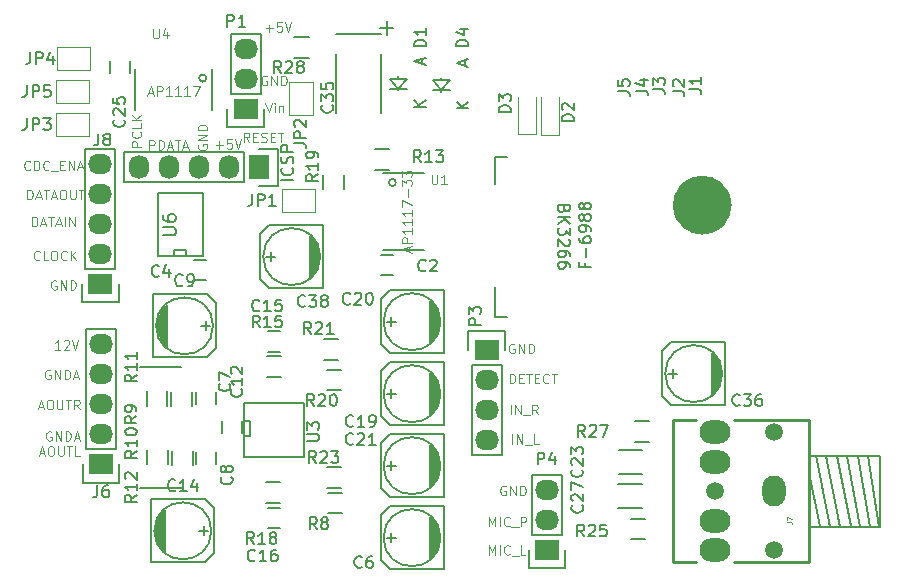
<source format=gto>
%TF.GenerationSoftware,KiCad,Pcbnew,6.0.5-a6ca702e91~116~ubuntu20.04.1*%
%TF.CreationDate,2022-06-15T21:10:52+02:00*%
%TF.ProjectId,vwcdpic_with_BT,76776364-7069-4635-9f77-6974685f4254,rev?*%
%TF.SameCoordinates,Original*%
%TF.FileFunction,Legend,Top*%
%TF.FilePolarity,Positive*%
%FSLAX46Y46*%
G04 Gerber Fmt 4.6, Leading zero omitted, Abs format (unit mm)*
G04 Created by KiCad (PCBNEW 6.0.5-a6ca702e91~116~ubuntu20.04.1) date 2022-06-15 21:10:52*
%MOMM*%
%LPD*%
G01*
G04 APERTURE LIST*
%ADD10C,0.200000*%
%ADD11C,0.100000*%
%ADD12C,0.150000*%
%ADD13C,0.050800*%
%ADD14C,0.076200*%
%ADD15C,0.152400*%
%ADD16C,0.120000*%
%ADD17C,3.000000*%
%ADD18C,0.250000*%
%ADD19C,0.127000*%
%ADD20R,2.032000X1.727200*%
%ADD21O,2.032000X1.727200*%
%ADD22R,1.727200X2.032000*%
%ADD23O,1.727200X2.032000*%
%ADD24C,1.500000*%
%ADD25O,2.000000X2.600000*%
%ADD26O,2.600000X2.000000*%
G04 APERTURE END LIST*
D10*
X66440000Y-64470000D02*
X69910000Y-64480000D01*
X66360000Y-74690000D02*
X69970000Y-74680000D01*
D11*
X57912857Y-71743333D02*
X58293809Y-71743333D01*
X57836666Y-71971904D02*
X58103333Y-71171904D01*
X58370000Y-71971904D01*
X58789047Y-71171904D02*
X58941428Y-71171904D01*
X59017619Y-71210000D01*
X59093809Y-71286190D01*
X59131904Y-71438571D01*
X59131904Y-71705238D01*
X59093809Y-71857619D01*
X59017619Y-71933809D01*
X58941428Y-71971904D01*
X58789047Y-71971904D01*
X58712857Y-71933809D01*
X58636666Y-71857619D01*
X58598571Y-71705238D01*
X58598571Y-71438571D01*
X58636666Y-71286190D01*
X58712857Y-71210000D01*
X58789047Y-71171904D01*
X59474761Y-71171904D02*
X59474761Y-71819523D01*
X59512857Y-71895714D01*
X59550952Y-71933809D01*
X59627142Y-71971904D01*
X59779523Y-71971904D01*
X59855714Y-71933809D01*
X59893809Y-71895714D01*
X59931904Y-71819523D01*
X59931904Y-71171904D01*
X60198571Y-71171904D02*
X60655714Y-71171904D01*
X60427142Y-71971904D02*
X60427142Y-71171904D01*
X61303333Y-71971904D02*
X60922380Y-71971904D01*
X60922380Y-71171904D01*
X77150476Y-39850000D02*
X77074285Y-39811904D01*
X76960000Y-39811904D01*
X76845714Y-39850000D01*
X76769523Y-39926190D01*
X76731428Y-40002380D01*
X76693333Y-40154761D01*
X76693333Y-40269047D01*
X76731428Y-40421428D01*
X76769523Y-40497619D01*
X76845714Y-40573809D01*
X76960000Y-40611904D01*
X77036190Y-40611904D01*
X77150476Y-40573809D01*
X77188571Y-40535714D01*
X77188571Y-40269047D01*
X77036190Y-40269047D01*
X77531428Y-40611904D02*
X77531428Y-39811904D01*
X77988571Y-40611904D01*
X77988571Y-39811904D01*
X78369523Y-40611904D02*
X78369523Y-39811904D01*
X78560000Y-39811904D01*
X78674285Y-39850000D01*
X78750476Y-39926190D01*
X78788571Y-40002380D01*
X78826666Y-40154761D01*
X78826666Y-40269047D01*
X78788571Y-40421428D01*
X78750476Y-40497619D01*
X78674285Y-40573809D01*
X78560000Y-40611904D01*
X78369523Y-40611904D01*
X57904761Y-55345714D02*
X57866666Y-55383809D01*
X57752380Y-55421904D01*
X57676190Y-55421904D01*
X57561904Y-55383809D01*
X57485714Y-55307619D01*
X57447619Y-55231428D01*
X57409523Y-55079047D01*
X57409523Y-54964761D01*
X57447619Y-54812380D01*
X57485714Y-54736190D01*
X57561904Y-54660000D01*
X57676190Y-54621904D01*
X57752380Y-54621904D01*
X57866666Y-54660000D01*
X57904761Y-54698095D01*
X58628571Y-55421904D02*
X58247619Y-55421904D01*
X58247619Y-54621904D01*
X59047619Y-54621904D02*
X59200000Y-54621904D01*
X59276190Y-54660000D01*
X59352380Y-54736190D01*
X59390476Y-54888571D01*
X59390476Y-55155238D01*
X59352380Y-55307619D01*
X59276190Y-55383809D01*
X59200000Y-55421904D01*
X59047619Y-55421904D01*
X58971428Y-55383809D01*
X58895238Y-55307619D01*
X58857142Y-55155238D01*
X58857142Y-54888571D01*
X58895238Y-54736190D01*
X58971428Y-54660000D01*
X59047619Y-54621904D01*
X60190476Y-55345714D02*
X60152380Y-55383809D01*
X60038095Y-55421904D01*
X59961904Y-55421904D01*
X59847619Y-55383809D01*
X59771428Y-55307619D01*
X59733333Y-55231428D01*
X59695238Y-55079047D01*
X59695238Y-54964761D01*
X59733333Y-54812380D01*
X59771428Y-54736190D01*
X59847619Y-54660000D01*
X59961904Y-54621904D01*
X60038095Y-54621904D01*
X60152380Y-54660000D01*
X60190476Y-54698095D01*
X60533333Y-55421904D02*
X60533333Y-54621904D01*
X60990476Y-55421904D02*
X60647619Y-54964761D01*
X60990476Y-54621904D02*
X60533333Y-55079047D01*
X95948095Y-77961904D02*
X95948095Y-77161904D01*
X96214761Y-77733333D01*
X96481428Y-77161904D01*
X96481428Y-77961904D01*
X96862380Y-77961904D02*
X96862380Y-77161904D01*
X97700476Y-77885714D02*
X97662380Y-77923809D01*
X97548095Y-77961904D01*
X97471904Y-77961904D01*
X97357619Y-77923809D01*
X97281428Y-77847619D01*
X97243333Y-77771428D01*
X97205238Y-77619047D01*
X97205238Y-77504761D01*
X97243333Y-77352380D01*
X97281428Y-77276190D01*
X97357619Y-77200000D01*
X97471904Y-77161904D01*
X97548095Y-77161904D01*
X97662380Y-77200000D01*
X97700476Y-77238095D01*
X97852857Y-78038095D02*
X98462380Y-78038095D01*
X98652857Y-77961904D02*
X98652857Y-77161904D01*
X98957619Y-77161904D01*
X99033809Y-77200000D01*
X99071904Y-77238095D01*
X99110000Y-77314285D01*
X99110000Y-77428571D01*
X99071904Y-77504761D01*
X99033809Y-77542857D01*
X98957619Y-77580952D01*
X98652857Y-77580952D01*
X97370476Y-74570000D02*
X97294285Y-74531904D01*
X97180000Y-74531904D01*
X97065714Y-74570000D01*
X96989523Y-74646190D01*
X96951428Y-74722380D01*
X96913333Y-74874761D01*
X96913333Y-74989047D01*
X96951428Y-75141428D01*
X96989523Y-75217619D01*
X97065714Y-75293809D01*
X97180000Y-75331904D01*
X97256190Y-75331904D01*
X97370476Y-75293809D01*
X97408571Y-75255714D01*
X97408571Y-74989047D01*
X97256190Y-74989047D01*
X97751428Y-75331904D02*
X97751428Y-74531904D01*
X98208571Y-75331904D01*
X98208571Y-74531904D01*
X98589523Y-75331904D02*
X98589523Y-74531904D01*
X98780000Y-74531904D01*
X98894285Y-74570000D01*
X98970476Y-74646190D01*
X99008571Y-74722380D01*
X99046666Y-74874761D01*
X99046666Y-74989047D01*
X99008571Y-75141428D01*
X98970476Y-75217619D01*
X98894285Y-75293809D01*
X98780000Y-75331904D01*
X98589523Y-75331904D01*
X59664761Y-62991904D02*
X59207619Y-62991904D01*
X59436190Y-62991904D02*
X59436190Y-62191904D01*
X59360000Y-62306190D01*
X59283809Y-62382380D01*
X59207619Y-62420476D01*
X59969523Y-62268095D02*
X60007619Y-62230000D01*
X60083809Y-62191904D01*
X60274285Y-62191904D01*
X60350476Y-62230000D01*
X60388571Y-62268095D01*
X60426666Y-62344285D01*
X60426666Y-62420476D01*
X60388571Y-62534761D01*
X59931428Y-62991904D01*
X60426666Y-62991904D01*
X60655238Y-62191904D02*
X60921904Y-62991904D01*
X61188571Y-62191904D01*
X57089047Y-47725714D02*
X57050952Y-47763809D01*
X56936666Y-47801904D01*
X56860476Y-47801904D01*
X56746190Y-47763809D01*
X56670000Y-47687619D01*
X56631904Y-47611428D01*
X56593809Y-47459047D01*
X56593809Y-47344761D01*
X56631904Y-47192380D01*
X56670000Y-47116190D01*
X56746190Y-47040000D01*
X56860476Y-47001904D01*
X56936666Y-47001904D01*
X57050952Y-47040000D01*
X57089047Y-47078095D01*
X57431904Y-47801904D02*
X57431904Y-47001904D01*
X57622380Y-47001904D01*
X57736666Y-47040000D01*
X57812857Y-47116190D01*
X57850952Y-47192380D01*
X57889047Y-47344761D01*
X57889047Y-47459047D01*
X57850952Y-47611428D01*
X57812857Y-47687619D01*
X57736666Y-47763809D01*
X57622380Y-47801904D01*
X57431904Y-47801904D01*
X58689047Y-47725714D02*
X58650952Y-47763809D01*
X58536666Y-47801904D01*
X58460476Y-47801904D01*
X58346190Y-47763809D01*
X58270000Y-47687619D01*
X58231904Y-47611428D01*
X58193809Y-47459047D01*
X58193809Y-47344761D01*
X58231904Y-47192380D01*
X58270000Y-47116190D01*
X58346190Y-47040000D01*
X58460476Y-47001904D01*
X58536666Y-47001904D01*
X58650952Y-47040000D01*
X58689047Y-47078095D01*
X58841428Y-47878095D02*
X59450952Y-47878095D01*
X59641428Y-47382857D02*
X59908095Y-47382857D01*
X60022380Y-47801904D02*
X59641428Y-47801904D01*
X59641428Y-47001904D01*
X60022380Y-47001904D01*
X60365238Y-47801904D02*
X60365238Y-47001904D01*
X60822380Y-47801904D01*
X60822380Y-47001904D01*
X61165238Y-47573333D02*
X61546190Y-47573333D01*
X61089047Y-47801904D02*
X61355714Y-47001904D01*
X61622380Y-47801904D01*
X57260476Y-52561904D02*
X57260476Y-51761904D01*
X57450952Y-51761904D01*
X57565238Y-51800000D01*
X57641428Y-51876190D01*
X57679523Y-51952380D01*
X57717619Y-52104761D01*
X57717619Y-52219047D01*
X57679523Y-52371428D01*
X57641428Y-52447619D01*
X57565238Y-52523809D01*
X57450952Y-52561904D01*
X57260476Y-52561904D01*
X58022380Y-52333333D02*
X58403333Y-52333333D01*
X57946190Y-52561904D02*
X58212857Y-51761904D01*
X58479523Y-52561904D01*
X58631904Y-51761904D02*
X59089047Y-51761904D01*
X58860476Y-52561904D02*
X58860476Y-51761904D01*
X59317619Y-52333333D02*
X59698571Y-52333333D01*
X59241428Y-52561904D02*
X59508095Y-51761904D01*
X59774761Y-52561904D01*
X60041428Y-52561904D02*
X60041428Y-51761904D01*
X60422380Y-52561904D02*
X60422380Y-51761904D01*
X60879523Y-52561904D01*
X60879523Y-51761904D01*
X97786190Y-68461904D02*
X97786190Y-67661904D01*
X98167142Y-68461904D02*
X98167142Y-67661904D01*
X98624285Y-68461904D01*
X98624285Y-67661904D01*
X98814761Y-68538095D02*
X99424285Y-68538095D01*
X100071904Y-68461904D02*
X99805238Y-68080952D01*
X99614761Y-68461904D02*
X99614761Y-67661904D01*
X99919523Y-67661904D01*
X99995714Y-67700000D01*
X100033809Y-67738095D01*
X100071904Y-67814285D01*
X100071904Y-67928571D01*
X100033809Y-68004761D01*
X99995714Y-68042857D01*
X99919523Y-68080952D01*
X99614761Y-68080952D01*
X57816666Y-67813333D02*
X58197619Y-67813333D01*
X57740476Y-68041904D02*
X58007142Y-67241904D01*
X58273809Y-68041904D01*
X58692857Y-67241904D02*
X58845238Y-67241904D01*
X58921428Y-67280000D01*
X58997619Y-67356190D01*
X59035714Y-67508571D01*
X59035714Y-67775238D01*
X58997619Y-67927619D01*
X58921428Y-68003809D01*
X58845238Y-68041904D01*
X58692857Y-68041904D01*
X58616666Y-68003809D01*
X58540476Y-67927619D01*
X58502380Y-67775238D01*
X58502380Y-67508571D01*
X58540476Y-67356190D01*
X58616666Y-67280000D01*
X58692857Y-67241904D01*
X59378571Y-67241904D02*
X59378571Y-67889523D01*
X59416666Y-67965714D01*
X59454761Y-68003809D01*
X59530952Y-68041904D01*
X59683333Y-68041904D01*
X59759523Y-68003809D01*
X59797619Y-67965714D01*
X59835714Y-67889523D01*
X59835714Y-67241904D01*
X60102380Y-67241904D02*
X60559523Y-67241904D01*
X60330952Y-68041904D02*
X60330952Y-67241904D01*
X61283333Y-68041904D02*
X61016666Y-67660952D01*
X60826190Y-68041904D02*
X60826190Y-67241904D01*
X61130952Y-67241904D01*
X61207142Y-67280000D01*
X61245238Y-67318095D01*
X61283333Y-67394285D01*
X61283333Y-67508571D01*
X61245238Y-67584761D01*
X61207142Y-67622857D01*
X61130952Y-67660952D01*
X60826190Y-67660952D01*
X97932380Y-70971904D02*
X97932380Y-70171904D01*
X98313333Y-70971904D02*
X98313333Y-70171904D01*
X98770476Y-70971904D01*
X98770476Y-70171904D01*
X98960952Y-71048095D02*
X99570476Y-71048095D01*
X100141904Y-70971904D02*
X99760952Y-70971904D01*
X99760952Y-70171904D01*
X59300476Y-57150000D02*
X59224285Y-57111904D01*
X59110000Y-57111904D01*
X58995714Y-57150000D01*
X58919523Y-57226190D01*
X58881428Y-57302380D01*
X58843333Y-57454761D01*
X58843333Y-57569047D01*
X58881428Y-57721428D01*
X58919523Y-57797619D01*
X58995714Y-57873809D01*
X59110000Y-57911904D01*
X59186190Y-57911904D01*
X59300476Y-57873809D01*
X59338571Y-57835714D01*
X59338571Y-57569047D01*
X59186190Y-57569047D01*
X59681428Y-57911904D02*
X59681428Y-57111904D01*
X60138571Y-57911904D01*
X60138571Y-57111904D01*
X60519523Y-57911904D02*
X60519523Y-57111904D01*
X60710000Y-57111904D01*
X60824285Y-57150000D01*
X60900476Y-57226190D01*
X60938571Y-57302380D01*
X60976666Y-57454761D01*
X60976666Y-57569047D01*
X60938571Y-57721428D01*
X60900476Y-57797619D01*
X60824285Y-57873809D01*
X60710000Y-57911904D01*
X60519523Y-57911904D01*
X77041428Y-35777142D02*
X77650952Y-35777142D01*
X77346190Y-36081904D02*
X77346190Y-35472380D01*
X78412857Y-35281904D02*
X78031904Y-35281904D01*
X77993809Y-35662857D01*
X78031904Y-35624761D01*
X78108095Y-35586666D01*
X78298571Y-35586666D01*
X78374761Y-35624761D01*
X78412857Y-35662857D01*
X78450952Y-35739047D01*
X78450952Y-35929523D01*
X78412857Y-36005714D01*
X78374761Y-36043809D01*
X78298571Y-36081904D01*
X78108095Y-36081904D01*
X78031904Y-36043809D01*
X77993809Y-36005714D01*
X78679523Y-35281904D02*
X78946190Y-36081904D01*
X79212857Y-35281904D01*
X56867142Y-50261904D02*
X56867142Y-49461904D01*
X57057619Y-49461904D01*
X57171904Y-49500000D01*
X57248095Y-49576190D01*
X57286190Y-49652380D01*
X57324285Y-49804761D01*
X57324285Y-49919047D01*
X57286190Y-50071428D01*
X57248095Y-50147619D01*
X57171904Y-50223809D01*
X57057619Y-50261904D01*
X56867142Y-50261904D01*
X57629047Y-50033333D02*
X58010000Y-50033333D01*
X57552857Y-50261904D02*
X57819523Y-49461904D01*
X58086190Y-50261904D01*
X58238571Y-49461904D02*
X58695714Y-49461904D01*
X58467142Y-50261904D02*
X58467142Y-49461904D01*
X58924285Y-50033333D02*
X59305238Y-50033333D01*
X58848095Y-50261904D02*
X59114761Y-49461904D01*
X59381428Y-50261904D01*
X59800476Y-49461904D02*
X59952857Y-49461904D01*
X60029047Y-49500000D01*
X60105238Y-49576190D01*
X60143333Y-49728571D01*
X60143333Y-49995238D01*
X60105238Y-50147619D01*
X60029047Y-50223809D01*
X59952857Y-50261904D01*
X59800476Y-50261904D01*
X59724285Y-50223809D01*
X59648095Y-50147619D01*
X59610000Y-49995238D01*
X59610000Y-49728571D01*
X59648095Y-49576190D01*
X59724285Y-49500000D01*
X59800476Y-49461904D01*
X60486190Y-49461904D02*
X60486190Y-50109523D01*
X60524285Y-50185714D01*
X60562380Y-50223809D01*
X60638571Y-50261904D01*
X60790952Y-50261904D01*
X60867142Y-50223809D01*
X60905238Y-50185714D01*
X60943333Y-50109523D01*
X60943333Y-49461904D01*
X61210000Y-49461904D02*
X61667142Y-49461904D01*
X61438571Y-50261904D02*
X61438571Y-49461904D01*
X75638095Y-45411904D02*
X75371428Y-45030952D01*
X75180952Y-45411904D02*
X75180952Y-44611904D01*
X75485714Y-44611904D01*
X75561904Y-44650000D01*
X75600000Y-44688095D01*
X75638095Y-44764285D01*
X75638095Y-44878571D01*
X75600000Y-44954761D01*
X75561904Y-44992857D01*
X75485714Y-45030952D01*
X75180952Y-45030952D01*
X75980952Y-44992857D02*
X76247619Y-44992857D01*
X76361904Y-45411904D02*
X75980952Y-45411904D01*
X75980952Y-44611904D01*
X76361904Y-44611904D01*
X76666666Y-45373809D02*
X76780952Y-45411904D01*
X76971428Y-45411904D01*
X77047619Y-45373809D01*
X77085714Y-45335714D01*
X77123809Y-45259523D01*
X77123809Y-45183333D01*
X77085714Y-45107142D01*
X77047619Y-45069047D01*
X76971428Y-45030952D01*
X76819047Y-44992857D01*
X76742857Y-44954761D01*
X76704761Y-44916666D01*
X76666666Y-44840476D01*
X76666666Y-44764285D01*
X76704761Y-44688095D01*
X76742857Y-44650000D01*
X76819047Y-44611904D01*
X77009523Y-44611904D01*
X77123809Y-44650000D01*
X77466666Y-44992857D02*
X77733333Y-44992857D01*
X77847619Y-45411904D02*
X77466666Y-45411904D01*
X77466666Y-44611904D01*
X77847619Y-44611904D01*
X78076190Y-44611904D02*
X78533333Y-44611904D01*
X78304761Y-45411904D02*
X78304761Y-44611904D01*
X98090476Y-62530000D02*
X98014285Y-62491904D01*
X97900000Y-62491904D01*
X97785714Y-62530000D01*
X97709523Y-62606190D01*
X97671428Y-62682380D01*
X97633333Y-62834761D01*
X97633333Y-62949047D01*
X97671428Y-63101428D01*
X97709523Y-63177619D01*
X97785714Y-63253809D01*
X97900000Y-63291904D01*
X97976190Y-63291904D01*
X98090476Y-63253809D01*
X98128571Y-63215714D01*
X98128571Y-62949047D01*
X97976190Y-62949047D01*
X98471428Y-63291904D02*
X98471428Y-62491904D01*
X98928571Y-63291904D01*
X98928571Y-62491904D01*
X99309523Y-63291904D02*
X99309523Y-62491904D01*
X99500000Y-62491904D01*
X99614285Y-62530000D01*
X99690476Y-62606190D01*
X99728571Y-62682380D01*
X99766666Y-62834761D01*
X99766666Y-62949047D01*
X99728571Y-63101428D01*
X99690476Y-63177619D01*
X99614285Y-63253809D01*
X99500000Y-63291904D01*
X99309523Y-63291904D01*
X77020952Y-42101904D02*
X77287619Y-42901904D01*
X77554285Y-42101904D01*
X77820952Y-42901904D02*
X77820952Y-42368571D01*
X77820952Y-42101904D02*
X77782857Y-42140000D01*
X77820952Y-42178095D01*
X77859047Y-42140000D01*
X77820952Y-42101904D01*
X77820952Y-42178095D01*
X78201904Y-42368571D02*
X78201904Y-42901904D01*
X78201904Y-42444761D02*
X78240000Y-42406666D01*
X78316190Y-42368571D01*
X78430476Y-42368571D01*
X78506666Y-42406666D01*
X78544761Y-42482857D01*
X78544761Y-42901904D01*
X58807619Y-64750000D02*
X58731428Y-64711904D01*
X58617142Y-64711904D01*
X58502857Y-64750000D01*
X58426666Y-64826190D01*
X58388571Y-64902380D01*
X58350476Y-65054761D01*
X58350476Y-65169047D01*
X58388571Y-65321428D01*
X58426666Y-65397619D01*
X58502857Y-65473809D01*
X58617142Y-65511904D01*
X58693333Y-65511904D01*
X58807619Y-65473809D01*
X58845714Y-65435714D01*
X58845714Y-65169047D01*
X58693333Y-65169047D01*
X59188571Y-65511904D02*
X59188571Y-64711904D01*
X59645714Y-65511904D01*
X59645714Y-64711904D01*
X60026666Y-65511904D02*
X60026666Y-64711904D01*
X60217142Y-64711904D01*
X60331428Y-64750000D01*
X60407619Y-64826190D01*
X60445714Y-64902380D01*
X60483809Y-65054761D01*
X60483809Y-65169047D01*
X60445714Y-65321428D01*
X60407619Y-65397619D01*
X60331428Y-65473809D01*
X60217142Y-65511904D01*
X60026666Y-65511904D01*
X60788571Y-65283333D02*
X61169523Y-65283333D01*
X60712380Y-65511904D02*
X60979047Y-64711904D01*
X61245714Y-65511904D01*
X72811428Y-45667142D02*
X73420952Y-45667142D01*
X73116190Y-45971904D02*
X73116190Y-45362380D01*
X74182857Y-45171904D02*
X73801904Y-45171904D01*
X73763809Y-45552857D01*
X73801904Y-45514761D01*
X73878095Y-45476666D01*
X74068571Y-45476666D01*
X74144761Y-45514761D01*
X74182857Y-45552857D01*
X74220952Y-45629047D01*
X74220952Y-45819523D01*
X74182857Y-45895714D01*
X74144761Y-45933809D01*
X74068571Y-45971904D01*
X73878095Y-45971904D01*
X73801904Y-45933809D01*
X73763809Y-45895714D01*
X74449523Y-45171904D02*
X74716190Y-45971904D01*
X74982857Y-45171904D01*
X66491904Y-45803333D02*
X65691904Y-45803333D01*
X65691904Y-45498571D01*
X65730000Y-45422380D01*
X65768095Y-45384285D01*
X65844285Y-45346190D01*
X65958571Y-45346190D01*
X66034761Y-45384285D01*
X66072857Y-45422380D01*
X66110952Y-45498571D01*
X66110952Y-45803333D01*
X66415714Y-44546190D02*
X66453809Y-44584285D01*
X66491904Y-44698571D01*
X66491904Y-44774761D01*
X66453809Y-44889047D01*
X66377619Y-44965238D01*
X66301428Y-45003333D01*
X66149047Y-45041428D01*
X66034761Y-45041428D01*
X65882380Y-45003333D01*
X65806190Y-44965238D01*
X65730000Y-44889047D01*
X65691904Y-44774761D01*
X65691904Y-44698571D01*
X65730000Y-44584285D01*
X65768095Y-44546190D01*
X66491904Y-43822380D02*
X66491904Y-44203333D01*
X65691904Y-44203333D01*
X66491904Y-43555714D02*
X65691904Y-43555714D01*
X66491904Y-43098571D02*
X66034761Y-43441428D01*
X65691904Y-43098571D02*
X66149047Y-43555714D01*
X97707142Y-65841904D02*
X97707142Y-65041904D01*
X97897619Y-65041904D01*
X98011904Y-65080000D01*
X98088095Y-65156190D01*
X98126190Y-65232380D01*
X98164285Y-65384761D01*
X98164285Y-65499047D01*
X98126190Y-65651428D01*
X98088095Y-65727619D01*
X98011904Y-65803809D01*
X97897619Y-65841904D01*
X97707142Y-65841904D01*
X98507142Y-65422857D02*
X98773809Y-65422857D01*
X98888095Y-65841904D02*
X98507142Y-65841904D01*
X98507142Y-65041904D01*
X98888095Y-65041904D01*
X99116666Y-65041904D02*
X99573809Y-65041904D01*
X99345238Y-65841904D02*
X99345238Y-65041904D01*
X99840476Y-65422857D02*
X100107142Y-65422857D01*
X100221428Y-65841904D02*
X99840476Y-65841904D01*
X99840476Y-65041904D01*
X100221428Y-65041904D01*
X101021428Y-65765714D02*
X100983333Y-65803809D01*
X100869047Y-65841904D01*
X100792857Y-65841904D01*
X100678571Y-65803809D01*
X100602380Y-65727619D01*
X100564285Y-65651428D01*
X100526190Y-65499047D01*
X100526190Y-65384761D01*
X100564285Y-65232380D01*
X100602380Y-65156190D01*
X100678571Y-65080000D01*
X100792857Y-65041904D01*
X100869047Y-65041904D01*
X100983333Y-65080000D01*
X101021428Y-65118095D01*
X101250000Y-65041904D02*
X101707142Y-65041904D01*
X101478571Y-65841904D02*
X101478571Y-65041904D01*
X71350000Y-45639523D02*
X71311904Y-45715714D01*
X71311904Y-45830000D01*
X71350000Y-45944285D01*
X71426190Y-46020476D01*
X71502380Y-46058571D01*
X71654761Y-46096666D01*
X71769047Y-46096666D01*
X71921428Y-46058571D01*
X71997619Y-46020476D01*
X72073809Y-45944285D01*
X72111904Y-45830000D01*
X72111904Y-45753809D01*
X72073809Y-45639523D01*
X72035714Y-45601428D01*
X71769047Y-45601428D01*
X71769047Y-45753809D01*
X72111904Y-45258571D02*
X71311904Y-45258571D01*
X72111904Y-44801428D01*
X71311904Y-44801428D01*
X72111904Y-44420476D02*
X71311904Y-44420476D01*
X71311904Y-44230000D01*
X71350000Y-44115714D01*
X71426190Y-44039523D01*
X71502380Y-44001428D01*
X71654761Y-43963333D01*
X71769047Y-43963333D01*
X71921428Y-44001428D01*
X71997619Y-44039523D01*
X72073809Y-44115714D01*
X72111904Y-44230000D01*
X72111904Y-44420476D01*
X58877619Y-69940000D02*
X58801428Y-69901904D01*
X58687142Y-69901904D01*
X58572857Y-69940000D01*
X58496666Y-70016190D01*
X58458571Y-70092380D01*
X58420476Y-70244761D01*
X58420476Y-70359047D01*
X58458571Y-70511428D01*
X58496666Y-70587619D01*
X58572857Y-70663809D01*
X58687142Y-70701904D01*
X58763333Y-70701904D01*
X58877619Y-70663809D01*
X58915714Y-70625714D01*
X58915714Y-70359047D01*
X58763333Y-70359047D01*
X59258571Y-70701904D02*
X59258571Y-69901904D01*
X59715714Y-70701904D01*
X59715714Y-69901904D01*
X60096666Y-70701904D02*
X60096666Y-69901904D01*
X60287142Y-69901904D01*
X60401428Y-69940000D01*
X60477619Y-70016190D01*
X60515714Y-70092380D01*
X60553809Y-70244761D01*
X60553809Y-70359047D01*
X60515714Y-70511428D01*
X60477619Y-70587619D01*
X60401428Y-70663809D01*
X60287142Y-70701904D01*
X60096666Y-70701904D01*
X60858571Y-70473333D02*
X61239523Y-70473333D01*
X60782380Y-70701904D02*
X61049047Y-69901904D01*
X61315714Y-70701904D01*
X95954285Y-80351904D02*
X95954285Y-79551904D01*
X96220952Y-80123333D01*
X96487619Y-79551904D01*
X96487619Y-80351904D01*
X96868571Y-80351904D02*
X96868571Y-79551904D01*
X97706666Y-80275714D02*
X97668571Y-80313809D01*
X97554285Y-80351904D01*
X97478095Y-80351904D01*
X97363809Y-80313809D01*
X97287619Y-80237619D01*
X97249523Y-80161428D01*
X97211428Y-80009047D01*
X97211428Y-79894761D01*
X97249523Y-79742380D01*
X97287619Y-79666190D01*
X97363809Y-79590000D01*
X97478095Y-79551904D01*
X97554285Y-79551904D01*
X97668571Y-79590000D01*
X97706666Y-79628095D01*
X97859047Y-80428095D02*
X98468571Y-80428095D01*
X99040000Y-80351904D02*
X98659047Y-80351904D01*
X98659047Y-79551904D01*
X67200000Y-46051904D02*
X67200000Y-45251904D01*
X67504761Y-45251904D01*
X67580952Y-45290000D01*
X67619047Y-45328095D01*
X67657142Y-45404285D01*
X67657142Y-45518571D01*
X67619047Y-45594761D01*
X67580952Y-45632857D01*
X67504761Y-45670952D01*
X67200000Y-45670952D01*
X68000000Y-46051904D02*
X68000000Y-45251904D01*
X68190476Y-45251904D01*
X68304761Y-45290000D01*
X68380952Y-45366190D01*
X68419047Y-45442380D01*
X68457142Y-45594761D01*
X68457142Y-45709047D01*
X68419047Y-45861428D01*
X68380952Y-45937619D01*
X68304761Y-46013809D01*
X68190476Y-46051904D01*
X68000000Y-46051904D01*
X68761904Y-45823333D02*
X69142857Y-45823333D01*
X68685714Y-46051904D02*
X68952380Y-45251904D01*
X69219047Y-46051904D01*
X69371428Y-45251904D02*
X69828571Y-45251904D01*
X69600000Y-46051904D02*
X69600000Y-45251904D01*
X70057142Y-45823333D02*
X70438095Y-45823333D01*
X69980952Y-46051904D02*
X70247619Y-45251904D01*
X70514285Y-46051904D01*
D12*
%TO.C,C6*%
X85177333Y-81383142D02*
X85129714Y-81430761D01*
X84986857Y-81478380D01*
X84891619Y-81478380D01*
X84748761Y-81430761D01*
X84653523Y-81335523D01*
X84605904Y-81240285D01*
X84558285Y-81049809D01*
X84558285Y-80906952D01*
X84605904Y-80716476D01*
X84653523Y-80621238D01*
X84748761Y-80526000D01*
X84891619Y-80478380D01*
X84986857Y-80478380D01*
X85129714Y-80526000D01*
X85177333Y-80573619D01*
X86034476Y-80478380D02*
X85844000Y-80478380D01*
X85748761Y-80526000D01*
X85701142Y-80573619D01*
X85605904Y-80716476D01*
X85558285Y-80906952D01*
X85558285Y-81287904D01*
X85605904Y-81383142D01*
X85653523Y-81430761D01*
X85748761Y-81478380D01*
X85939238Y-81478380D01*
X86034476Y-81430761D01*
X86082095Y-81383142D01*
X86129714Y-81287904D01*
X86129714Y-81049809D01*
X86082095Y-80954571D01*
X86034476Y-80906952D01*
X85939238Y-80859333D01*
X85748761Y-80859333D01*
X85653523Y-80906952D01*
X85605904Y-80954571D01*
X85558285Y-81049809D01*
%TO.C,C9*%
X70003333Y-57527142D02*
X69955714Y-57574761D01*
X69812857Y-57622380D01*
X69717619Y-57622380D01*
X69574761Y-57574761D01*
X69479523Y-57479523D01*
X69431904Y-57384285D01*
X69384285Y-57193809D01*
X69384285Y-57050952D01*
X69431904Y-56860476D01*
X69479523Y-56765238D01*
X69574761Y-56670000D01*
X69717619Y-56622380D01*
X69812857Y-56622380D01*
X69955714Y-56670000D01*
X70003333Y-56717619D01*
X70479523Y-57622380D02*
X70670000Y-57622380D01*
X70765238Y-57574761D01*
X70812857Y-57527142D01*
X70908095Y-57384285D01*
X70955714Y-57193809D01*
X70955714Y-56812857D01*
X70908095Y-56717619D01*
X70860476Y-56670000D01*
X70765238Y-56622380D01*
X70574761Y-56622380D01*
X70479523Y-56670000D01*
X70431904Y-56717619D01*
X70384285Y-56812857D01*
X70384285Y-57050952D01*
X70431904Y-57146190D01*
X70479523Y-57193809D01*
X70574761Y-57241428D01*
X70765238Y-57241428D01*
X70860476Y-57193809D01*
X70908095Y-57146190D01*
X70955714Y-57050952D01*
%TO.C,R8*%
X81367333Y-78201780D02*
X81034000Y-77725590D01*
X80795904Y-78201780D02*
X80795904Y-77201780D01*
X81176857Y-77201780D01*
X81272095Y-77249400D01*
X81319714Y-77297019D01*
X81367333Y-77392257D01*
X81367333Y-77535114D01*
X81319714Y-77630352D01*
X81272095Y-77677971D01*
X81176857Y-77725590D01*
X80795904Y-77725590D01*
X81938761Y-77630352D02*
X81843523Y-77582733D01*
X81795904Y-77535114D01*
X81748285Y-77439876D01*
X81748285Y-77392257D01*
X81795904Y-77297019D01*
X81843523Y-77249400D01*
X81938761Y-77201780D01*
X82129238Y-77201780D01*
X82224476Y-77249400D01*
X82272095Y-77297019D01*
X82319714Y-77392257D01*
X82319714Y-77439876D01*
X82272095Y-77535114D01*
X82224476Y-77582733D01*
X82129238Y-77630352D01*
X81938761Y-77630352D01*
X81843523Y-77677971D01*
X81795904Y-77725590D01*
X81748285Y-77820828D01*
X81748285Y-78011304D01*
X81795904Y-78106542D01*
X81843523Y-78154161D01*
X81938761Y-78201780D01*
X82129238Y-78201780D01*
X82224476Y-78154161D01*
X82272095Y-78106542D01*
X82319714Y-78011304D01*
X82319714Y-77820828D01*
X82272095Y-77725590D01*
X82224476Y-77677971D01*
X82129238Y-77630352D01*
%TO.C,R10*%
X66142380Y-71562857D02*
X65666190Y-71896190D01*
X66142380Y-72134285D02*
X65142380Y-72134285D01*
X65142380Y-71753333D01*
X65190000Y-71658095D01*
X65237619Y-71610476D01*
X65332857Y-71562857D01*
X65475714Y-71562857D01*
X65570952Y-71610476D01*
X65618571Y-71658095D01*
X65666190Y-71753333D01*
X65666190Y-72134285D01*
X66142380Y-70610476D02*
X66142380Y-71181904D01*
X66142380Y-70896190D02*
X65142380Y-70896190D01*
X65285238Y-70991428D01*
X65380476Y-71086666D01*
X65428095Y-71181904D01*
X65142380Y-69991428D02*
X65142380Y-69896190D01*
X65190000Y-69800952D01*
X65237619Y-69753333D01*
X65332857Y-69705714D01*
X65523333Y-69658095D01*
X65761428Y-69658095D01*
X65951904Y-69705714D01*
X66047142Y-69753333D01*
X66094761Y-69800952D01*
X66142380Y-69896190D01*
X66142380Y-69991428D01*
X66094761Y-70086666D01*
X66047142Y-70134285D01*
X65951904Y-70181904D01*
X65761428Y-70229523D01*
X65523333Y-70229523D01*
X65332857Y-70181904D01*
X65237619Y-70134285D01*
X65190000Y-70086666D01*
X65142380Y-69991428D01*
%TO.C,R11*%
X66106980Y-65119257D02*
X65630790Y-65452590D01*
X66106980Y-65690685D02*
X65106980Y-65690685D01*
X65106980Y-65309733D01*
X65154600Y-65214495D01*
X65202219Y-65166876D01*
X65297457Y-65119257D01*
X65440314Y-65119257D01*
X65535552Y-65166876D01*
X65583171Y-65214495D01*
X65630790Y-65309733D01*
X65630790Y-65690685D01*
X66106980Y-64166876D02*
X66106980Y-64738304D01*
X66106980Y-64452590D02*
X65106980Y-64452590D01*
X65249838Y-64547828D01*
X65345076Y-64643066D01*
X65392695Y-64738304D01*
X66106980Y-63214495D02*
X66106980Y-63785923D01*
X66106980Y-63500209D02*
X65106980Y-63500209D01*
X65249838Y-63595447D01*
X65345076Y-63690685D01*
X65392695Y-63785923D01*
%TO.C,R15*%
X76524542Y-61107580D02*
X76191209Y-60631390D01*
X75953114Y-61107580D02*
X75953114Y-60107580D01*
X76334066Y-60107580D01*
X76429304Y-60155200D01*
X76476923Y-60202819D01*
X76524542Y-60298057D01*
X76524542Y-60440914D01*
X76476923Y-60536152D01*
X76429304Y-60583771D01*
X76334066Y-60631390D01*
X75953114Y-60631390D01*
X77476923Y-61107580D02*
X76905495Y-61107580D01*
X77191209Y-61107580D02*
X77191209Y-60107580D01*
X77095971Y-60250438D01*
X77000733Y-60345676D01*
X76905495Y-60393295D01*
X78381685Y-60107580D02*
X77905495Y-60107580D01*
X77857876Y-60583771D01*
X77905495Y-60536152D01*
X78000733Y-60488533D01*
X78238828Y-60488533D01*
X78334066Y-60536152D01*
X78381685Y-60583771D01*
X78429304Y-60679009D01*
X78429304Y-60917104D01*
X78381685Y-61012342D01*
X78334066Y-61059961D01*
X78238828Y-61107580D01*
X78000733Y-61107580D01*
X77905495Y-61059961D01*
X77857876Y-61012342D01*
%TO.C,U3*%
X80556780Y-70713504D02*
X81366304Y-70713504D01*
X81461542Y-70665885D01*
X81509161Y-70618266D01*
X81556780Y-70523028D01*
X81556780Y-70332552D01*
X81509161Y-70237314D01*
X81461542Y-70189695D01*
X81366304Y-70142076D01*
X80556780Y-70142076D01*
X80556780Y-69761123D02*
X80556780Y-69142076D01*
X80937733Y-69475409D01*
X80937733Y-69332552D01*
X80985352Y-69237314D01*
X81032971Y-69189695D01*
X81128209Y-69142076D01*
X81366304Y-69142076D01*
X81461542Y-69189695D01*
X81509161Y-69237314D01*
X81556780Y-69332552D01*
X81556780Y-69618266D01*
X81509161Y-69713504D01*
X81461542Y-69761123D01*
%TO.C,C15*%
X76499142Y-59666142D02*
X76451523Y-59713761D01*
X76308666Y-59761380D01*
X76213428Y-59761380D01*
X76070571Y-59713761D01*
X75975333Y-59618523D01*
X75927714Y-59523285D01*
X75880095Y-59332809D01*
X75880095Y-59189952D01*
X75927714Y-58999476D01*
X75975333Y-58904238D01*
X76070571Y-58809000D01*
X76213428Y-58761380D01*
X76308666Y-58761380D01*
X76451523Y-58809000D01*
X76499142Y-58856619D01*
X77451523Y-59761380D02*
X76880095Y-59761380D01*
X77165809Y-59761380D02*
X77165809Y-58761380D01*
X77070571Y-58904238D01*
X76975333Y-58999476D01*
X76880095Y-59047095D01*
X78356285Y-58761380D02*
X77880095Y-58761380D01*
X77832476Y-59237571D01*
X77880095Y-59189952D01*
X77975333Y-59142333D01*
X78213428Y-59142333D01*
X78308666Y-59189952D01*
X78356285Y-59237571D01*
X78403904Y-59332809D01*
X78403904Y-59570904D01*
X78356285Y-59666142D01*
X78308666Y-59713761D01*
X78213428Y-59761380D01*
X77975333Y-59761380D01*
X77880095Y-59713761D01*
X77832476Y-59666142D01*
%TO.C,C16*%
X76143542Y-80824342D02*
X76095923Y-80871961D01*
X75953066Y-80919580D01*
X75857828Y-80919580D01*
X75714971Y-80871961D01*
X75619733Y-80776723D01*
X75572114Y-80681485D01*
X75524495Y-80491009D01*
X75524495Y-80348152D01*
X75572114Y-80157676D01*
X75619733Y-80062438D01*
X75714971Y-79967200D01*
X75857828Y-79919580D01*
X75953066Y-79919580D01*
X76095923Y-79967200D01*
X76143542Y-80014819D01*
X77095923Y-80919580D02*
X76524495Y-80919580D01*
X76810209Y-80919580D02*
X76810209Y-79919580D01*
X76714971Y-80062438D01*
X76619733Y-80157676D01*
X76524495Y-80205295D01*
X77953066Y-79919580D02*
X77762590Y-79919580D01*
X77667352Y-79967200D01*
X77619733Y-80014819D01*
X77524495Y-80157676D01*
X77476876Y-80348152D01*
X77476876Y-80729104D01*
X77524495Y-80824342D01*
X77572114Y-80871961D01*
X77667352Y-80919580D01*
X77857828Y-80919580D01*
X77953066Y-80871961D01*
X78000685Y-80824342D01*
X78048304Y-80729104D01*
X78048304Y-80491009D01*
X78000685Y-80395771D01*
X77953066Y-80348152D01*
X77857828Y-80300533D01*
X77667352Y-80300533D01*
X77572114Y-80348152D01*
X77524495Y-80395771D01*
X77476876Y-80491009D01*
%TO.C,C20*%
X84193142Y-59081942D02*
X84145523Y-59129561D01*
X84002666Y-59177180D01*
X83907428Y-59177180D01*
X83764571Y-59129561D01*
X83669333Y-59034323D01*
X83621714Y-58939085D01*
X83574095Y-58748609D01*
X83574095Y-58605752D01*
X83621714Y-58415276D01*
X83669333Y-58320038D01*
X83764571Y-58224800D01*
X83907428Y-58177180D01*
X84002666Y-58177180D01*
X84145523Y-58224800D01*
X84193142Y-58272419D01*
X84574095Y-58272419D02*
X84621714Y-58224800D01*
X84716952Y-58177180D01*
X84955047Y-58177180D01*
X85050285Y-58224800D01*
X85097904Y-58272419D01*
X85145523Y-58367657D01*
X85145523Y-58462895D01*
X85097904Y-58605752D01*
X84526476Y-59177180D01*
X85145523Y-59177180D01*
X85764571Y-58177180D02*
X85859809Y-58177180D01*
X85955047Y-58224800D01*
X86002666Y-58272419D01*
X86050285Y-58367657D01*
X86097904Y-58558133D01*
X86097904Y-58796228D01*
X86050285Y-58986704D01*
X86002666Y-59081942D01*
X85955047Y-59129561D01*
X85859809Y-59177180D01*
X85764571Y-59177180D01*
X85669333Y-59129561D01*
X85621714Y-59081942D01*
X85574095Y-58986704D01*
X85526476Y-58796228D01*
X85526476Y-58558133D01*
X85574095Y-58367657D01*
X85621714Y-58272419D01*
X85669333Y-58224800D01*
X85764571Y-58177180D01*
%TO.C,R18*%
X76041942Y-79446380D02*
X75708609Y-78970190D01*
X75470514Y-79446380D02*
X75470514Y-78446380D01*
X75851466Y-78446380D01*
X75946704Y-78494000D01*
X75994323Y-78541619D01*
X76041942Y-78636857D01*
X76041942Y-78779714D01*
X75994323Y-78874952D01*
X75946704Y-78922571D01*
X75851466Y-78970190D01*
X75470514Y-78970190D01*
X76994323Y-79446380D02*
X76422895Y-79446380D01*
X76708609Y-79446380D02*
X76708609Y-78446380D01*
X76613371Y-78589238D01*
X76518133Y-78684476D01*
X76422895Y-78732095D01*
X77565752Y-78874952D02*
X77470514Y-78827333D01*
X77422895Y-78779714D01*
X77375276Y-78684476D01*
X77375276Y-78636857D01*
X77422895Y-78541619D01*
X77470514Y-78494000D01*
X77565752Y-78446380D01*
X77756228Y-78446380D01*
X77851466Y-78494000D01*
X77899085Y-78541619D01*
X77946704Y-78636857D01*
X77946704Y-78684476D01*
X77899085Y-78779714D01*
X77851466Y-78827333D01*
X77756228Y-78874952D01*
X77565752Y-78874952D01*
X77470514Y-78922571D01*
X77422895Y-78970190D01*
X77375276Y-79065428D01*
X77375276Y-79255904D01*
X77422895Y-79351142D01*
X77470514Y-79398761D01*
X77565752Y-79446380D01*
X77756228Y-79446380D01*
X77851466Y-79398761D01*
X77899085Y-79351142D01*
X77946704Y-79255904D01*
X77946704Y-79065428D01*
X77899085Y-78970190D01*
X77851466Y-78922571D01*
X77756228Y-78874952D01*
%TO.C,R21*%
X80891142Y-61666380D02*
X80557809Y-61190190D01*
X80319714Y-61666380D02*
X80319714Y-60666380D01*
X80700666Y-60666380D01*
X80795904Y-60714000D01*
X80843523Y-60761619D01*
X80891142Y-60856857D01*
X80891142Y-60999714D01*
X80843523Y-61094952D01*
X80795904Y-61142571D01*
X80700666Y-61190190D01*
X80319714Y-61190190D01*
X81272095Y-60761619D02*
X81319714Y-60714000D01*
X81414952Y-60666380D01*
X81653047Y-60666380D01*
X81748285Y-60714000D01*
X81795904Y-60761619D01*
X81843523Y-60856857D01*
X81843523Y-60952095D01*
X81795904Y-61094952D01*
X81224476Y-61666380D01*
X81843523Y-61666380D01*
X82795904Y-61666380D02*
X82224476Y-61666380D01*
X82510190Y-61666380D02*
X82510190Y-60666380D01*
X82414952Y-60809238D01*
X82319714Y-60904476D01*
X82224476Y-60952095D01*
%TO.C,R23*%
X81299742Y-72588380D02*
X80966409Y-72112190D01*
X80728314Y-72588380D02*
X80728314Y-71588380D01*
X81109266Y-71588380D01*
X81204504Y-71636000D01*
X81252123Y-71683619D01*
X81299742Y-71778857D01*
X81299742Y-71921714D01*
X81252123Y-72016952D01*
X81204504Y-72064571D01*
X81109266Y-72112190D01*
X80728314Y-72112190D01*
X81680695Y-71683619D02*
X81728314Y-71636000D01*
X81823552Y-71588380D01*
X82061647Y-71588380D01*
X82156885Y-71636000D01*
X82204504Y-71683619D01*
X82252123Y-71778857D01*
X82252123Y-71874095D01*
X82204504Y-72016952D01*
X81633076Y-72588380D01*
X82252123Y-72588380D01*
X82585457Y-71588380D02*
X83204504Y-71588380D01*
X82871171Y-71969333D01*
X83014028Y-71969333D01*
X83109266Y-72016952D01*
X83156885Y-72064571D01*
X83204504Y-72159809D01*
X83204504Y-72397904D01*
X83156885Y-72493142D01*
X83109266Y-72540761D01*
X83014028Y-72588380D01*
X82728314Y-72588380D01*
X82633076Y-72540761D01*
X82585457Y-72493142D01*
%TO.C,C7*%
X73964742Y-65876466D02*
X74012361Y-65924085D01*
X74059980Y-66066942D01*
X74059980Y-66162180D01*
X74012361Y-66305038D01*
X73917123Y-66400276D01*
X73821885Y-66447895D01*
X73631409Y-66495514D01*
X73488552Y-66495514D01*
X73298076Y-66447895D01*
X73202838Y-66400276D01*
X73107600Y-66305038D01*
X73059980Y-66162180D01*
X73059980Y-66066942D01*
X73107600Y-65924085D01*
X73155219Y-65876466D01*
X73059980Y-65543133D02*
X73059980Y-64876466D01*
X74059980Y-65305038D01*
%TO.C,C8*%
X74142542Y-73775866D02*
X74190161Y-73823485D01*
X74237780Y-73966342D01*
X74237780Y-74061580D01*
X74190161Y-74204438D01*
X74094923Y-74299676D01*
X73999685Y-74347295D01*
X73809209Y-74394914D01*
X73666352Y-74394914D01*
X73475876Y-74347295D01*
X73380638Y-74299676D01*
X73285400Y-74204438D01*
X73237780Y-74061580D01*
X73237780Y-73966342D01*
X73285400Y-73823485D01*
X73333019Y-73775866D01*
X73666352Y-73204438D02*
X73618733Y-73299676D01*
X73571114Y-73347295D01*
X73475876Y-73394914D01*
X73428257Y-73394914D01*
X73333019Y-73347295D01*
X73285400Y-73299676D01*
X73237780Y-73204438D01*
X73237780Y-73013961D01*
X73285400Y-72918723D01*
X73333019Y-72871104D01*
X73428257Y-72823485D01*
X73475876Y-72823485D01*
X73571114Y-72871104D01*
X73618733Y-72918723D01*
X73666352Y-73013961D01*
X73666352Y-73204438D01*
X73713971Y-73299676D01*
X73761590Y-73347295D01*
X73856828Y-73394914D01*
X74047304Y-73394914D01*
X74142542Y-73347295D01*
X74190161Y-73299676D01*
X74237780Y-73204438D01*
X74237780Y-73013961D01*
X74190161Y-72918723D01*
X74142542Y-72871104D01*
X74047304Y-72823485D01*
X73856828Y-72823485D01*
X73761590Y-72871104D01*
X73713971Y-72918723D01*
X73666352Y-73013961D01*
%TO.C,P3*%
X95252380Y-60898095D02*
X94252380Y-60898095D01*
X94252380Y-60517142D01*
X94300000Y-60421904D01*
X94347619Y-60374285D01*
X94442857Y-60326666D01*
X94585714Y-60326666D01*
X94680952Y-60374285D01*
X94728571Y-60421904D01*
X94776190Y-60517142D01*
X94776190Y-60898095D01*
X94252380Y-59993333D02*
X94252380Y-59374285D01*
X94633333Y-59707619D01*
X94633333Y-59564761D01*
X94680952Y-59469523D01*
X94728571Y-59421904D01*
X94823809Y-59374285D01*
X95061904Y-59374285D01*
X95157142Y-59421904D01*
X95204761Y-59469523D01*
X95252380Y-59564761D01*
X95252380Y-59850476D01*
X95204761Y-59945714D01*
X95157142Y-59993333D01*
%TO.C,R9*%
X66105180Y-68632266D02*
X65628990Y-68965600D01*
X66105180Y-69203695D02*
X65105180Y-69203695D01*
X65105180Y-68822742D01*
X65152800Y-68727504D01*
X65200419Y-68679885D01*
X65295657Y-68632266D01*
X65438514Y-68632266D01*
X65533752Y-68679885D01*
X65581371Y-68727504D01*
X65628990Y-68822742D01*
X65628990Y-69203695D01*
X66105180Y-68156076D02*
X66105180Y-67965600D01*
X66057561Y-67870361D01*
X66009942Y-67822742D01*
X65867085Y-67727504D01*
X65676609Y-67679885D01*
X65295657Y-67679885D01*
X65200419Y-67727504D01*
X65152800Y-67775123D01*
X65105180Y-67870361D01*
X65105180Y-68060838D01*
X65152800Y-68156076D01*
X65200419Y-68203695D01*
X65295657Y-68251314D01*
X65533752Y-68251314D01*
X65628990Y-68203695D01*
X65676609Y-68156076D01*
X65724228Y-68060838D01*
X65724228Y-67870361D01*
X65676609Y-67775123D01*
X65628990Y-67727504D01*
X65533752Y-67679885D01*
%TO.C,R12*%
X66112380Y-75282857D02*
X65636190Y-75616190D01*
X66112380Y-75854285D02*
X65112380Y-75854285D01*
X65112380Y-75473333D01*
X65160000Y-75378095D01*
X65207619Y-75330476D01*
X65302857Y-75282857D01*
X65445714Y-75282857D01*
X65540952Y-75330476D01*
X65588571Y-75378095D01*
X65636190Y-75473333D01*
X65636190Y-75854285D01*
X66112380Y-74330476D02*
X66112380Y-74901904D01*
X66112380Y-74616190D02*
X65112380Y-74616190D01*
X65255238Y-74711428D01*
X65350476Y-74806666D01*
X65398095Y-74901904D01*
X65207619Y-73949523D02*
X65160000Y-73901904D01*
X65112380Y-73806666D01*
X65112380Y-73568571D01*
X65160000Y-73473333D01*
X65207619Y-73425714D01*
X65302857Y-73378095D01*
X65398095Y-73378095D01*
X65540952Y-73425714D01*
X66112380Y-73997142D01*
X66112380Y-73378095D01*
%TO.C,C19*%
X84447142Y-69445142D02*
X84399523Y-69492761D01*
X84256666Y-69540380D01*
X84161428Y-69540380D01*
X84018571Y-69492761D01*
X83923333Y-69397523D01*
X83875714Y-69302285D01*
X83828095Y-69111809D01*
X83828095Y-68968952D01*
X83875714Y-68778476D01*
X83923333Y-68683238D01*
X84018571Y-68588000D01*
X84161428Y-68540380D01*
X84256666Y-68540380D01*
X84399523Y-68588000D01*
X84447142Y-68635619D01*
X85399523Y-69540380D02*
X84828095Y-69540380D01*
X85113809Y-69540380D02*
X85113809Y-68540380D01*
X85018571Y-68683238D01*
X84923333Y-68778476D01*
X84828095Y-68826095D01*
X85875714Y-69540380D02*
X86066190Y-69540380D01*
X86161428Y-69492761D01*
X86209047Y-69445142D01*
X86304285Y-69302285D01*
X86351904Y-69111809D01*
X86351904Y-68730857D01*
X86304285Y-68635619D01*
X86256666Y-68588000D01*
X86161428Y-68540380D01*
X85970952Y-68540380D01*
X85875714Y-68588000D01*
X85828095Y-68635619D01*
X85780476Y-68730857D01*
X85780476Y-68968952D01*
X85828095Y-69064190D01*
X85875714Y-69111809D01*
X85970952Y-69159428D01*
X86161428Y-69159428D01*
X86256666Y-69111809D01*
X86304285Y-69064190D01*
X86351904Y-68968952D01*
%TO.C,C14*%
X69387142Y-74880742D02*
X69339523Y-74928361D01*
X69196666Y-74975980D01*
X69101428Y-74975980D01*
X68958571Y-74928361D01*
X68863333Y-74833123D01*
X68815714Y-74737885D01*
X68768095Y-74547409D01*
X68768095Y-74404552D01*
X68815714Y-74214076D01*
X68863333Y-74118838D01*
X68958571Y-74023600D01*
X69101428Y-73975980D01*
X69196666Y-73975980D01*
X69339523Y-74023600D01*
X69387142Y-74071219D01*
X70339523Y-74975980D02*
X69768095Y-74975980D01*
X70053809Y-74975980D02*
X70053809Y-73975980D01*
X69958571Y-74118838D01*
X69863333Y-74214076D01*
X69768095Y-74261695D01*
X71196666Y-74309314D02*
X71196666Y-74975980D01*
X70958571Y-73928361D02*
X70720476Y-74642647D01*
X71339523Y-74642647D01*
%TO.C,C4*%
X67996153Y-56729152D02*
X67948534Y-56776771D01*
X67805677Y-56824390D01*
X67710439Y-56824390D01*
X67567581Y-56776771D01*
X67472343Y-56681533D01*
X67424724Y-56586295D01*
X67377105Y-56395819D01*
X67377105Y-56252962D01*
X67424724Y-56062486D01*
X67472343Y-55967248D01*
X67567581Y-55872010D01*
X67710439Y-55824390D01*
X67805677Y-55824390D01*
X67948534Y-55872010D01*
X67996153Y-55919629D01*
X68853296Y-56157724D02*
X68853296Y-56824390D01*
X68615200Y-55776771D02*
X68377105Y-56491057D01*
X68996153Y-56491057D01*
%TO.C,D3*%
X97787880Y-42882095D02*
X96787880Y-42882095D01*
X96787880Y-42644000D01*
X96835500Y-42501142D01*
X96930738Y-42405904D01*
X97025976Y-42358285D01*
X97216452Y-42310666D01*
X97359309Y-42310666D01*
X97549785Y-42358285D01*
X97645023Y-42405904D01*
X97740261Y-42501142D01*
X97787880Y-42644000D01*
X97787880Y-42882095D01*
X96787880Y-41977333D02*
X96787880Y-41358285D01*
X97168833Y-41691619D01*
X97168833Y-41548761D01*
X97216452Y-41453523D01*
X97264071Y-41405904D01*
X97359309Y-41358285D01*
X97597404Y-41358285D01*
X97692642Y-41405904D01*
X97740261Y-41453523D01*
X97787880Y-41548761D01*
X97787880Y-41834476D01*
X97740261Y-41929714D01*
X97692642Y-41977333D01*
%TO.C,C27*%
X103839542Y-76171657D02*
X103887161Y-76219276D01*
X103934780Y-76362133D01*
X103934780Y-76457371D01*
X103887161Y-76600228D01*
X103791923Y-76695466D01*
X103696685Y-76743085D01*
X103506209Y-76790704D01*
X103363352Y-76790704D01*
X103172876Y-76743085D01*
X103077638Y-76695466D01*
X102982400Y-76600228D01*
X102934780Y-76457371D01*
X102934780Y-76362133D01*
X102982400Y-76219276D01*
X103030019Y-76171657D01*
X103030019Y-75790704D02*
X102982400Y-75743085D01*
X102934780Y-75647847D01*
X102934780Y-75409752D01*
X102982400Y-75314514D01*
X103030019Y-75266895D01*
X103125257Y-75219276D01*
X103220495Y-75219276D01*
X103363352Y-75266895D01*
X103934780Y-75838323D01*
X103934780Y-75219276D01*
X102934780Y-74885942D02*
X102934780Y-74219276D01*
X103934780Y-74647847D01*
%TO.C,C23*%
X103814142Y-73149057D02*
X103861761Y-73196676D01*
X103909380Y-73339533D01*
X103909380Y-73434771D01*
X103861761Y-73577628D01*
X103766523Y-73672866D01*
X103671285Y-73720485D01*
X103480809Y-73768104D01*
X103337952Y-73768104D01*
X103147476Y-73720485D01*
X103052238Y-73672866D01*
X102957000Y-73577628D01*
X102909380Y-73434771D01*
X102909380Y-73339533D01*
X102957000Y-73196676D01*
X103004619Y-73149057D01*
X103004619Y-72768104D02*
X102957000Y-72720485D01*
X102909380Y-72625247D01*
X102909380Y-72387152D01*
X102957000Y-72291914D01*
X103004619Y-72244295D01*
X103099857Y-72196676D01*
X103195095Y-72196676D01*
X103337952Y-72244295D01*
X103909380Y-72815723D01*
X103909380Y-72196676D01*
X102909380Y-71863342D02*
X102909380Y-71244295D01*
X103290333Y-71577628D01*
X103290333Y-71434771D01*
X103337952Y-71339533D01*
X103385571Y-71291914D01*
X103480809Y-71244295D01*
X103718904Y-71244295D01*
X103814142Y-71291914D01*
X103861761Y-71339533D01*
X103909380Y-71434771D01*
X103909380Y-71720485D01*
X103861761Y-71815723D01*
X103814142Y-71863342D01*
%TO.C,R25*%
X104007942Y-78800580D02*
X103674609Y-78324390D01*
X103436514Y-78800580D02*
X103436514Y-77800580D01*
X103817466Y-77800580D01*
X103912704Y-77848200D01*
X103960323Y-77895819D01*
X104007942Y-77991057D01*
X104007942Y-78133914D01*
X103960323Y-78229152D01*
X103912704Y-78276771D01*
X103817466Y-78324390D01*
X103436514Y-78324390D01*
X104388895Y-77895819D02*
X104436514Y-77848200D01*
X104531752Y-77800580D01*
X104769847Y-77800580D01*
X104865085Y-77848200D01*
X104912704Y-77895819D01*
X104960323Y-77991057D01*
X104960323Y-78086295D01*
X104912704Y-78229152D01*
X104341276Y-78800580D01*
X104960323Y-78800580D01*
X105865085Y-77800580D02*
X105388895Y-77800580D01*
X105341276Y-78276771D01*
X105388895Y-78229152D01*
X105484133Y-78181533D01*
X105722228Y-78181533D01*
X105817466Y-78229152D01*
X105865085Y-78276771D01*
X105912704Y-78372009D01*
X105912704Y-78610104D01*
X105865085Y-78705342D01*
X105817466Y-78752961D01*
X105722228Y-78800580D01*
X105484133Y-78800580D01*
X105388895Y-78752961D01*
X105341276Y-78705342D01*
%TO.C,R27*%
X104084142Y-70367780D02*
X103750809Y-69891590D01*
X103512714Y-70367780D02*
X103512714Y-69367780D01*
X103893666Y-69367780D01*
X103988904Y-69415400D01*
X104036523Y-69463019D01*
X104084142Y-69558257D01*
X104084142Y-69701114D01*
X104036523Y-69796352D01*
X103988904Y-69843971D01*
X103893666Y-69891590D01*
X103512714Y-69891590D01*
X104465095Y-69463019D02*
X104512714Y-69415400D01*
X104607952Y-69367780D01*
X104846047Y-69367780D01*
X104941285Y-69415400D01*
X104988904Y-69463019D01*
X105036523Y-69558257D01*
X105036523Y-69653495D01*
X104988904Y-69796352D01*
X104417476Y-70367780D01*
X105036523Y-70367780D01*
X105369857Y-69367780D02*
X106036523Y-69367780D01*
X105607952Y-70367780D01*
%TO.C,R20*%
X81145142Y-67762380D02*
X80811809Y-67286190D01*
X80573714Y-67762380D02*
X80573714Y-66762380D01*
X80954666Y-66762380D01*
X81049904Y-66810000D01*
X81097523Y-66857619D01*
X81145142Y-66952857D01*
X81145142Y-67095714D01*
X81097523Y-67190952D01*
X81049904Y-67238571D01*
X80954666Y-67286190D01*
X80573714Y-67286190D01*
X81526095Y-66857619D02*
X81573714Y-66810000D01*
X81668952Y-66762380D01*
X81907047Y-66762380D01*
X82002285Y-66810000D01*
X82049904Y-66857619D01*
X82097523Y-66952857D01*
X82097523Y-67048095D01*
X82049904Y-67190952D01*
X81478476Y-67762380D01*
X82097523Y-67762380D01*
X82716571Y-66762380D02*
X82811809Y-66762380D01*
X82907047Y-66810000D01*
X82954666Y-66857619D01*
X83002285Y-66952857D01*
X83049904Y-67143333D01*
X83049904Y-67381428D01*
X83002285Y-67571904D01*
X82954666Y-67667142D01*
X82907047Y-67714761D01*
X82811809Y-67762380D01*
X82716571Y-67762380D01*
X82621333Y-67714761D01*
X82573714Y-67667142D01*
X82526095Y-67571904D01*
X82478476Y-67381428D01*
X82478476Y-67143333D01*
X82526095Y-66952857D01*
X82573714Y-66857619D01*
X82621333Y-66810000D01*
X82716571Y-66762380D01*
%TO.C,D2*%
X103121880Y-43644095D02*
X102121880Y-43644095D01*
X102121880Y-43406000D01*
X102169500Y-43263142D01*
X102264738Y-43167904D01*
X102359976Y-43120285D01*
X102550452Y-43072666D01*
X102693309Y-43072666D01*
X102883785Y-43120285D01*
X102979023Y-43167904D01*
X103074261Y-43263142D01*
X103121880Y-43406000D01*
X103121880Y-43644095D01*
X102217119Y-42691714D02*
X102169500Y-42644095D01*
X102121880Y-42548857D01*
X102121880Y-42310761D01*
X102169500Y-42215523D01*
X102217119Y-42167904D01*
X102312357Y-42120285D01*
X102407595Y-42120285D01*
X102550452Y-42167904D01*
X103121880Y-42739333D01*
X103121880Y-42120285D01*
%TO.C,P2*%
X79362380Y-48656190D02*
X78362380Y-48656190D01*
X79267142Y-47608571D02*
X79314761Y-47656190D01*
X79362380Y-47799047D01*
X79362380Y-47894285D01*
X79314761Y-48037142D01*
X79219523Y-48132380D01*
X79124285Y-48180000D01*
X78933809Y-48227619D01*
X78790952Y-48227619D01*
X78600476Y-48180000D01*
X78505238Y-48132380D01*
X78410000Y-48037142D01*
X78362380Y-47894285D01*
X78362380Y-47799047D01*
X78410000Y-47656190D01*
X78457619Y-47608571D01*
X79314761Y-47227619D02*
X79362380Y-47084761D01*
X79362380Y-46846666D01*
X79314761Y-46751428D01*
X79267142Y-46703809D01*
X79171904Y-46656190D01*
X79076666Y-46656190D01*
X78981428Y-46703809D01*
X78933809Y-46751428D01*
X78886190Y-46846666D01*
X78838571Y-47037142D01*
X78790952Y-47132380D01*
X78743333Y-47180000D01*
X78648095Y-47227619D01*
X78552857Y-47227619D01*
X78457619Y-47180000D01*
X78410000Y-47132380D01*
X78362380Y-47037142D01*
X78362380Y-46799047D01*
X78410000Y-46656190D01*
X79362380Y-46227619D02*
X78362380Y-46227619D01*
X78362380Y-45846666D01*
X78410000Y-45751428D01*
X78457619Y-45703809D01*
X78552857Y-45656190D01*
X78695714Y-45656190D01*
X78790952Y-45703809D01*
X78838571Y-45751428D01*
X78886190Y-45846666D01*
X78886190Y-46227619D01*
%TO.C,C12*%
X74980742Y-66352657D02*
X75028361Y-66400276D01*
X75075980Y-66543133D01*
X75075980Y-66638371D01*
X75028361Y-66781228D01*
X74933123Y-66876466D01*
X74837885Y-66924085D01*
X74647409Y-66971704D01*
X74504552Y-66971704D01*
X74314076Y-66924085D01*
X74218838Y-66876466D01*
X74123600Y-66781228D01*
X74075980Y-66638371D01*
X74075980Y-66543133D01*
X74123600Y-66400276D01*
X74171219Y-66352657D01*
X75075980Y-65400276D02*
X75075980Y-65971704D01*
X75075980Y-65685990D02*
X74075980Y-65685990D01*
X74218838Y-65781228D01*
X74314076Y-65876466D01*
X74361695Y-65971704D01*
X74171219Y-65019323D02*
X74123600Y-64971704D01*
X74075980Y-64876466D01*
X74075980Y-64638371D01*
X74123600Y-64543133D01*
X74171219Y-64495514D01*
X74266457Y-64447895D01*
X74361695Y-64447895D01*
X74504552Y-64495514D01*
X75075980Y-65066942D01*
X75075980Y-64447895D01*
%TO.C,R19*%
X81478380Y-48140857D02*
X81002190Y-48474190D01*
X81478380Y-48712285D02*
X80478380Y-48712285D01*
X80478380Y-48331333D01*
X80526000Y-48236095D01*
X80573619Y-48188476D01*
X80668857Y-48140857D01*
X80811714Y-48140857D01*
X80906952Y-48188476D01*
X80954571Y-48236095D01*
X81002190Y-48331333D01*
X81002190Y-48712285D01*
X81478380Y-47188476D02*
X81478380Y-47759904D01*
X81478380Y-47474190D02*
X80478380Y-47474190D01*
X80621238Y-47569428D01*
X80716476Y-47664666D01*
X80764095Y-47759904D01*
X81478380Y-46712285D02*
X81478380Y-46521809D01*
X81430761Y-46426571D01*
X81383142Y-46378952D01*
X81240285Y-46283714D01*
X81049809Y-46236095D01*
X80668857Y-46236095D01*
X80573619Y-46283714D01*
X80526000Y-46331333D01*
X80478380Y-46426571D01*
X80478380Y-46617047D01*
X80526000Y-46712285D01*
X80573619Y-46759904D01*
X80668857Y-46807523D01*
X80906952Y-46807523D01*
X81002190Y-46759904D01*
X81049809Y-46712285D01*
X81097428Y-46617047D01*
X81097428Y-46426571D01*
X81049809Y-46331333D01*
X81002190Y-46283714D01*
X80906952Y-46236095D01*
%TO.C,C25*%
X65016652Y-43521867D02*
X65064271Y-43569486D01*
X65111890Y-43712343D01*
X65111890Y-43807581D01*
X65064271Y-43950438D01*
X64969033Y-44045676D01*
X64873795Y-44093295D01*
X64683319Y-44140914D01*
X64540462Y-44140914D01*
X64349986Y-44093295D01*
X64254748Y-44045676D01*
X64159510Y-43950438D01*
X64111890Y-43807581D01*
X64111890Y-43712343D01*
X64159510Y-43569486D01*
X64207129Y-43521867D01*
X64207129Y-43140914D02*
X64159510Y-43093295D01*
X64111890Y-42998057D01*
X64111890Y-42759962D01*
X64159510Y-42664724D01*
X64207129Y-42617105D01*
X64302367Y-42569486D01*
X64397605Y-42569486D01*
X64540462Y-42617105D01*
X65111890Y-43188533D01*
X65111890Y-42569486D01*
X64111890Y-41664724D02*
X64111890Y-42140914D01*
X64588081Y-42188533D01*
X64540462Y-42140914D01*
X64492843Y-42045676D01*
X64492843Y-41807581D01*
X64540462Y-41712343D01*
X64588081Y-41664724D01*
X64683319Y-41617105D01*
X64921414Y-41617105D01*
X65016652Y-41664724D01*
X65064271Y-41712343D01*
X65111890Y-41807581D01*
X65111890Y-42045676D01*
X65064271Y-42140914D01*
X65016652Y-42188533D01*
%TO.C,P4*%
X100077304Y-72704580D02*
X100077304Y-71704580D01*
X100458257Y-71704580D01*
X100553495Y-71752200D01*
X100601114Y-71799819D01*
X100648733Y-71895057D01*
X100648733Y-72037914D01*
X100601114Y-72133152D01*
X100553495Y-72180771D01*
X100458257Y-72228390D01*
X100077304Y-72228390D01*
X101505876Y-72037914D02*
X101505876Y-72704580D01*
X101267780Y-71656961D02*
X101029685Y-72371247D01*
X101648733Y-72371247D01*
%TO.C,JP1*%
X75901666Y-49822380D02*
X75901666Y-50536666D01*
X75854047Y-50679523D01*
X75758809Y-50774761D01*
X75615952Y-50822380D01*
X75520714Y-50822380D01*
X76377857Y-50822380D02*
X76377857Y-49822380D01*
X76758809Y-49822380D01*
X76854047Y-49870000D01*
X76901666Y-49917619D01*
X76949285Y-50012857D01*
X76949285Y-50155714D01*
X76901666Y-50250952D01*
X76854047Y-50298571D01*
X76758809Y-50346190D01*
X76377857Y-50346190D01*
X77901666Y-50822380D02*
X77330238Y-50822380D01*
X77615952Y-50822380D02*
X77615952Y-49822380D01*
X77520714Y-49965238D01*
X77425476Y-50060476D01*
X77330238Y-50108095D01*
%TO.C,JP3*%
X56824666Y-43394380D02*
X56824666Y-44108666D01*
X56777047Y-44251523D01*
X56681809Y-44346761D01*
X56538952Y-44394380D01*
X56443714Y-44394380D01*
X57300857Y-44394380D02*
X57300857Y-43394380D01*
X57681809Y-43394380D01*
X57777047Y-43442000D01*
X57824666Y-43489619D01*
X57872285Y-43584857D01*
X57872285Y-43727714D01*
X57824666Y-43822952D01*
X57777047Y-43870571D01*
X57681809Y-43918190D01*
X57300857Y-43918190D01*
X58205619Y-43394380D02*
X58824666Y-43394380D01*
X58491333Y-43775333D01*
X58634190Y-43775333D01*
X58729428Y-43822952D01*
X58777047Y-43870571D01*
X58824666Y-43965809D01*
X58824666Y-44203904D01*
X58777047Y-44299142D01*
X58729428Y-44346761D01*
X58634190Y-44394380D01*
X58348476Y-44394380D01*
X58253238Y-44346761D01*
X58205619Y-44299142D01*
%TO.C,R28*%
X78351142Y-39568380D02*
X78017809Y-39092190D01*
X77779714Y-39568380D02*
X77779714Y-38568380D01*
X78160666Y-38568380D01*
X78255904Y-38616000D01*
X78303523Y-38663619D01*
X78351142Y-38758857D01*
X78351142Y-38901714D01*
X78303523Y-38996952D01*
X78255904Y-39044571D01*
X78160666Y-39092190D01*
X77779714Y-39092190D01*
X78732095Y-38663619D02*
X78779714Y-38616000D01*
X78874952Y-38568380D01*
X79113047Y-38568380D01*
X79208285Y-38616000D01*
X79255904Y-38663619D01*
X79303523Y-38758857D01*
X79303523Y-38854095D01*
X79255904Y-38996952D01*
X78684476Y-39568380D01*
X79303523Y-39568380D01*
X79874952Y-38996952D02*
X79779714Y-38949333D01*
X79732095Y-38901714D01*
X79684476Y-38806476D01*
X79684476Y-38758857D01*
X79732095Y-38663619D01*
X79779714Y-38616000D01*
X79874952Y-38568380D01*
X80065428Y-38568380D01*
X80160666Y-38616000D01*
X80208285Y-38663619D01*
X80255904Y-38758857D01*
X80255904Y-38806476D01*
X80208285Y-38901714D01*
X80160666Y-38949333D01*
X80065428Y-38996952D01*
X79874952Y-38996952D01*
X79779714Y-39044571D01*
X79732095Y-39092190D01*
X79684476Y-39187428D01*
X79684476Y-39377904D01*
X79732095Y-39473142D01*
X79779714Y-39520761D01*
X79874952Y-39568380D01*
X80065428Y-39568380D01*
X80160666Y-39520761D01*
X80208285Y-39473142D01*
X80255904Y-39377904D01*
X80255904Y-39187428D01*
X80208285Y-39092190D01*
X80160666Y-39044571D01*
X80065428Y-38996952D01*
%TO.C,C2*%
X90587851Y-56276244D02*
X90540232Y-56323863D01*
X90397375Y-56371482D01*
X90302137Y-56371482D01*
X90159279Y-56323863D01*
X90064041Y-56228625D01*
X90016422Y-56133387D01*
X89968803Y-55942911D01*
X89968803Y-55800054D01*
X90016422Y-55609578D01*
X90064041Y-55514340D01*
X90159279Y-55419102D01*
X90302137Y-55371482D01*
X90397375Y-55371482D01*
X90540232Y-55419102D01*
X90587851Y-55466721D01*
X90968803Y-55466721D02*
X91016422Y-55419102D01*
X91111660Y-55371482D01*
X91349756Y-55371482D01*
X91444994Y-55419102D01*
X91492613Y-55466721D01*
X91540232Y-55561959D01*
X91540232Y-55657197D01*
X91492613Y-55800054D01*
X90921184Y-56371482D01*
X91540232Y-56371482D01*
%TO.C,J4*%
X108372380Y-41063333D02*
X109086666Y-41063333D01*
X109229523Y-41110952D01*
X109324761Y-41206190D01*
X109372380Y-41349047D01*
X109372380Y-41444285D01*
X108705714Y-40158571D02*
X109372380Y-40158571D01*
X108324761Y-40396666D02*
X109039047Y-40634761D01*
X109039047Y-40015714D01*
%TO.C,C38*%
X80383142Y-59285142D02*
X80335523Y-59332761D01*
X80192666Y-59380380D01*
X80097428Y-59380380D01*
X79954571Y-59332761D01*
X79859333Y-59237523D01*
X79811714Y-59142285D01*
X79764095Y-58951809D01*
X79764095Y-58808952D01*
X79811714Y-58618476D01*
X79859333Y-58523238D01*
X79954571Y-58428000D01*
X80097428Y-58380380D01*
X80192666Y-58380380D01*
X80335523Y-58428000D01*
X80383142Y-58475619D01*
X80716476Y-58380380D02*
X81335523Y-58380380D01*
X81002190Y-58761333D01*
X81145047Y-58761333D01*
X81240285Y-58808952D01*
X81287904Y-58856571D01*
X81335523Y-58951809D01*
X81335523Y-59189904D01*
X81287904Y-59285142D01*
X81240285Y-59332761D01*
X81145047Y-59380380D01*
X80859333Y-59380380D01*
X80764095Y-59332761D01*
X80716476Y-59285142D01*
X81906952Y-58808952D02*
X81811714Y-58761333D01*
X81764095Y-58713714D01*
X81716476Y-58618476D01*
X81716476Y-58570857D01*
X81764095Y-58475619D01*
X81811714Y-58428000D01*
X81906952Y-58380380D01*
X82097428Y-58380380D01*
X82192666Y-58428000D01*
X82240285Y-58475619D01*
X82287904Y-58570857D01*
X82287904Y-58618476D01*
X82240285Y-58713714D01*
X82192666Y-58761333D01*
X82097428Y-58808952D01*
X81906952Y-58808952D01*
X81811714Y-58856571D01*
X81764095Y-58904190D01*
X81716476Y-58999428D01*
X81716476Y-59189904D01*
X81764095Y-59285142D01*
X81811714Y-59332761D01*
X81906952Y-59380380D01*
X82097428Y-59380380D01*
X82192666Y-59332761D01*
X82240285Y-59285142D01*
X82287904Y-59189904D01*
X82287904Y-58999428D01*
X82240285Y-58904190D01*
X82192666Y-58856571D01*
X82097428Y-58808952D01*
%TO.C,U5*%
X104045871Y-55700952D02*
X104045871Y-56034285D01*
X104569680Y-56034285D02*
X103569680Y-56034285D01*
X103569680Y-55558095D01*
X104188728Y-55177142D02*
X104188728Y-54415238D01*
X103569680Y-53510476D02*
X103569680Y-53700952D01*
X103617300Y-53796190D01*
X103664919Y-53843809D01*
X103807776Y-53939047D01*
X103998252Y-53986666D01*
X104379204Y-53986666D01*
X104474442Y-53939047D01*
X104522061Y-53891428D01*
X104569680Y-53796190D01*
X104569680Y-53605714D01*
X104522061Y-53510476D01*
X104474442Y-53462857D01*
X104379204Y-53415238D01*
X104141109Y-53415238D01*
X104045871Y-53462857D01*
X103998252Y-53510476D01*
X103950633Y-53605714D01*
X103950633Y-53796190D01*
X103998252Y-53891428D01*
X104045871Y-53939047D01*
X104141109Y-53986666D01*
X104569680Y-52939047D02*
X104569680Y-52748571D01*
X104522061Y-52653333D01*
X104474442Y-52605714D01*
X104331585Y-52510476D01*
X104141109Y-52462857D01*
X103760157Y-52462857D01*
X103664919Y-52510476D01*
X103617300Y-52558095D01*
X103569680Y-52653333D01*
X103569680Y-52843809D01*
X103617300Y-52939047D01*
X103664919Y-52986666D01*
X103760157Y-53034285D01*
X103998252Y-53034285D01*
X104093490Y-52986666D01*
X104141109Y-52939047D01*
X104188728Y-52843809D01*
X104188728Y-52653333D01*
X104141109Y-52558095D01*
X104093490Y-52510476D01*
X103998252Y-52462857D01*
X103998252Y-51891428D02*
X103950633Y-51986666D01*
X103903014Y-52034285D01*
X103807776Y-52081904D01*
X103760157Y-52081904D01*
X103664919Y-52034285D01*
X103617300Y-51986666D01*
X103569680Y-51891428D01*
X103569680Y-51700952D01*
X103617300Y-51605714D01*
X103664919Y-51558095D01*
X103760157Y-51510476D01*
X103807776Y-51510476D01*
X103903014Y-51558095D01*
X103950633Y-51605714D01*
X103998252Y-51700952D01*
X103998252Y-51891428D01*
X104045871Y-51986666D01*
X104093490Y-52034285D01*
X104188728Y-52081904D01*
X104379204Y-52081904D01*
X104474442Y-52034285D01*
X104522061Y-51986666D01*
X104569680Y-51891428D01*
X104569680Y-51700952D01*
X104522061Y-51605714D01*
X104474442Y-51558095D01*
X104379204Y-51510476D01*
X104188728Y-51510476D01*
X104093490Y-51558095D01*
X104045871Y-51605714D01*
X103998252Y-51700952D01*
X103998252Y-50939047D02*
X103950633Y-51034285D01*
X103903014Y-51081904D01*
X103807776Y-51129523D01*
X103760157Y-51129523D01*
X103664919Y-51081904D01*
X103617300Y-51034285D01*
X103569680Y-50939047D01*
X103569680Y-50748571D01*
X103617300Y-50653333D01*
X103664919Y-50605714D01*
X103760157Y-50558095D01*
X103807776Y-50558095D01*
X103903014Y-50605714D01*
X103950633Y-50653333D01*
X103998252Y-50748571D01*
X103998252Y-50939047D01*
X104045871Y-51034285D01*
X104093490Y-51081904D01*
X104188728Y-51129523D01*
X104379204Y-51129523D01*
X104474442Y-51081904D01*
X104522061Y-51034285D01*
X104569680Y-50939047D01*
X104569680Y-50748571D01*
X104522061Y-50653333D01*
X104474442Y-50605714D01*
X104379204Y-50558095D01*
X104188728Y-50558095D01*
X104093490Y-50605714D01*
X104045871Y-50653333D01*
X103998252Y-50748571D01*
X102334528Y-51088266D02*
X102286909Y-51231123D01*
X102239290Y-51278742D01*
X102144052Y-51326361D01*
X102001195Y-51326361D01*
X101905957Y-51278742D01*
X101858338Y-51231123D01*
X101810719Y-51135885D01*
X101810719Y-50754933D01*
X102810719Y-50754933D01*
X102810719Y-51088266D01*
X102763100Y-51183504D01*
X102715480Y-51231123D01*
X102620242Y-51278742D01*
X102525004Y-51278742D01*
X102429766Y-51231123D01*
X102382147Y-51183504D01*
X102334528Y-51088266D01*
X102334528Y-50754933D01*
X101810719Y-51754933D02*
X102810719Y-51754933D01*
X101810719Y-52326361D02*
X102382147Y-51897790D01*
X102810719Y-52326361D02*
X102239290Y-51754933D01*
X102810719Y-52659695D02*
X102810719Y-53278742D01*
X102429766Y-52945409D01*
X102429766Y-53088266D01*
X102382147Y-53183504D01*
X102334528Y-53231123D01*
X102239290Y-53278742D01*
X102001195Y-53278742D01*
X101905957Y-53231123D01*
X101858338Y-53183504D01*
X101810719Y-53088266D01*
X101810719Y-52802552D01*
X101858338Y-52707314D01*
X101905957Y-52659695D01*
X102715480Y-53659695D02*
X102763100Y-53707314D01*
X102810719Y-53802552D01*
X102810719Y-54040647D01*
X102763100Y-54135885D01*
X102715480Y-54183504D01*
X102620242Y-54231123D01*
X102525004Y-54231123D01*
X102382147Y-54183504D01*
X101810719Y-53612076D01*
X101810719Y-54231123D01*
X102810719Y-55088266D02*
X102810719Y-54897790D01*
X102763100Y-54802552D01*
X102715480Y-54754933D01*
X102572623Y-54659695D01*
X102382147Y-54612076D01*
X102001195Y-54612076D01*
X101905957Y-54659695D01*
X101858338Y-54707314D01*
X101810719Y-54802552D01*
X101810719Y-54993028D01*
X101858338Y-55088266D01*
X101905957Y-55135885D01*
X102001195Y-55183504D01*
X102239290Y-55183504D01*
X102334528Y-55135885D01*
X102382147Y-55088266D01*
X102429766Y-54993028D01*
X102429766Y-54802552D01*
X102382147Y-54707314D01*
X102334528Y-54659695D01*
X102239290Y-54612076D01*
X102810719Y-56040647D02*
X102810719Y-55850171D01*
X102763100Y-55754933D01*
X102715480Y-55707314D01*
X102572623Y-55612076D01*
X102382147Y-55564457D01*
X102001195Y-55564457D01*
X101905957Y-55612076D01*
X101858338Y-55659695D01*
X101810719Y-55754933D01*
X101810719Y-55945409D01*
X101858338Y-56040647D01*
X101905957Y-56088266D01*
X102001195Y-56135885D01*
X102239290Y-56135885D01*
X102334528Y-56088266D01*
X102382147Y-56040647D01*
X102429766Y-55945409D01*
X102429766Y-55754933D01*
X102382147Y-55659695D01*
X102334528Y-55612076D01*
X102239290Y-55564457D01*
%TO.C,J6*%
X62796666Y-74482380D02*
X62796666Y-75196666D01*
X62749047Y-75339523D01*
X62653809Y-75434761D01*
X62510952Y-75482380D01*
X62415714Y-75482380D01*
X63701428Y-74482380D02*
X63510952Y-74482380D01*
X63415714Y-74530000D01*
X63368095Y-74577619D01*
X63272857Y-74720476D01*
X63225238Y-74910952D01*
X63225238Y-75291904D01*
X63272857Y-75387142D01*
X63320476Y-75434761D01*
X63415714Y-75482380D01*
X63606190Y-75482380D01*
X63701428Y-75434761D01*
X63749047Y-75387142D01*
X63796666Y-75291904D01*
X63796666Y-75053809D01*
X63749047Y-74958571D01*
X63701428Y-74910952D01*
X63606190Y-74863333D01*
X63415714Y-74863333D01*
X63320476Y-74910952D01*
X63272857Y-74958571D01*
X63225238Y-75053809D01*
%TO.C,J1*%
X112918980Y-40936333D02*
X113633266Y-40936333D01*
X113776123Y-40983952D01*
X113871361Y-41079190D01*
X113918980Y-41222047D01*
X113918980Y-41317285D01*
X113918980Y-39936333D02*
X113918980Y-40507761D01*
X113918980Y-40222047D02*
X112918980Y-40222047D01*
X113061838Y-40317285D01*
X113157076Y-40412523D01*
X113204695Y-40507761D01*
D13*
%TO.C,J7*%
X121193620Y-77602926D02*
X121478463Y-77602926D01*
X121535431Y-77621916D01*
X121573410Y-77659895D01*
X121592400Y-77716863D01*
X121592400Y-77754842D01*
X121193620Y-77451010D02*
X121193620Y-77185157D01*
X121592400Y-77356062D01*
D12*
%TO.C,JP5*%
X56824666Y-40600380D02*
X56824666Y-41314666D01*
X56777047Y-41457523D01*
X56681809Y-41552761D01*
X56538952Y-41600380D01*
X56443714Y-41600380D01*
X57300857Y-41600380D02*
X57300857Y-40600380D01*
X57681809Y-40600380D01*
X57777047Y-40648000D01*
X57824666Y-40695619D01*
X57872285Y-40790857D01*
X57872285Y-40933714D01*
X57824666Y-41028952D01*
X57777047Y-41076571D01*
X57681809Y-41124190D01*
X57300857Y-41124190D01*
X58777047Y-40600380D02*
X58300857Y-40600380D01*
X58253238Y-41076571D01*
X58300857Y-41028952D01*
X58396095Y-40981333D01*
X58634190Y-40981333D01*
X58729428Y-41028952D01*
X58777047Y-41076571D01*
X58824666Y-41171809D01*
X58824666Y-41409904D01*
X58777047Y-41505142D01*
X58729428Y-41552761D01*
X58634190Y-41600380D01*
X58396095Y-41600380D01*
X58300857Y-41552761D01*
X58253238Y-41505142D01*
%TO.C,J5*%
X106848380Y-41114133D02*
X107562666Y-41114133D01*
X107705523Y-41161752D01*
X107800761Y-41256990D01*
X107848380Y-41399847D01*
X107848380Y-41495085D01*
X106848380Y-40161752D02*
X106848380Y-40637942D01*
X107324571Y-40685561D01*
X107276952Y-40637942D01*
X107229333Y-40542704D01*
X107229333Y-40304609D01*
X107276952Y-40209371D01*
X107324571Y-40161752D01*
X107419809Y-40114133D01*
X107657904Y-40114133D01*
X107753142Y-40161752D01*
X107800761Y-40209371D01*
X107848380Y-40304609D01*
X107848380Y-40542704D01*
X107800761Y-40637942D01*
X107753142Y-40685561D01*
%TO.C,J8*%
X62876666Y-44702380D02*
X62876666Y-45416666D01*
X62829047Y-45559523D01*
X62733809Y-45654761D01*
X62590952Y-45702380D01*
X62495714Y-45702380D01*
X63495714Y-45130952D02*
X63400476Y-45083333D01*
X63352857Y-45035714D01*
X63305238Y-44940476D01*
X63305238Y-44892857D01*
X63352857Y-44797619D01*
X63400476Y-44750000D01*
X63495714Y-44702380D01*
X63686190Y-44702380D01*
X63781428Y-44750000D01*
X63829047Y-44797619D01*
X63876666Y-44892857D01*
X63876666Y-44940476D01*
X63829047Y-45035714D01*
X63781428Y-45083333D01*
X63686190Y-45130952D01*
X63495714Y-45130952D01*
X63400476Y-45178571D01*
X63352857Y-45226190D01*
X63305238Y-45321428D01*
X63305238Y-45511904D01*
X63352857Y-45607142D01*
X63400476Y-45654761D01*
X63495714Y-45702380D01*
X63686190Y-45702380D01*
X63781428Y-45654761D01*
X63829047Y-45607142D01*
X63876666Y-45511904D01*
X63876666Y-45321428D01*
X63829047Y-45226190D01*
X63781428Y-45178571D01*
X63686190Y-45130952D01*
%TO.C,C21*%
X84447142Y-70969142D02*
X84399523Y-71016761D01*
X84256666Y-71064380D01*
X84161428Y-71064380D01*
X84018571Y-71016761D01*
X83923333Y-70921523D01*
X83875714Y-70826285D01*
X83828095Y-70635809D01*
X83828095Y-70492952D01*
X83875714Y-70302476D01*
X83923333Y-70207238D01*
X84018571Y-70112000D01*
X84161428Y-70064380D01*
X84256666Y-70064380D01*
X84399523Y-70112000D01*
X84447142Y-70159619D01*
X84828095Y-70159619D02*
X84875714Y-70112000D01*
X84970952Y-70064380D01*
X85209047Y-70064380D01*
X85304285Y-70112000D01*
X85351904Y-70159619D01*
X85399523Y-70254857D01*
X85399523Y-70350095D01*
X85351904Y-70492952D01*
X84780476Y-71064380D01*
X85399523Y-71064380D01*
X86351904Y-71064380D02*
X85780476Y-71064380D01*
X86066190Y-71064380D02*
X86066190Y-70064380D01*
X85970952Y-70207238D01*
X85875714Y-70302476D01*
X85780476Y-70350095D01*
D14*
%TO.C,U4*%
X67520723Y-35834895D02*
X67520723Y-36492876D01*
X67559428Y-36570285D01*
X67598133Y-36608990D01*
X67675542Y-36647695D01*
X67830361Y-36647695D01*
X67907771Y-36608990D01*
X67946476Y-36570285D01*
X67985180Y-36492876D01*
X67985180Y-35834895D01*
X68720571Y-36105828D02*
X68720571Y-36647695D01*
X68527047Y-35796190D02*
X68333523Y-36376761D01*
X68836685Y-36376761D01*
X67108795Y-41261876D02*
X67495843Y-41261876D01*
X67031386Y-41494105D02*
X67302319Y-40681305D01*
X67573252Y-41494105D01*
X67844186Y-41494105D02*
X67844186Y-40681305D01*
X68153824Y-40681305D01*
X68231233Y-40720010D01*
X68269938Y-40758714D01*
X68308643Y-40836124D01*
X68308643Y-40952238D01*
X68269938Y-41029648D01*
X68231233Y-41068352D01*
X68153824Y-41107057D01*
X67844186Y-41107057D01*
X69082738Y-41494105D02*
X68618281Y-41494105D01*
X68850510Y-41494105D02*
X68850510Y-40681305D01*
X68773100Y-40797419D01*
X68695690Y-40874829D01*
X68618281Y-40913533D01*
X69856833Y-41494105D02*
X69392376Y-41494105D01*
X69624605Y-41494105D02*
X69624605Y-40681305D01*
X69547195Y-40797419D01*
X69469786Y-40874829D01*
X69392376Y-40913533D01*
X70630929Y-41494105D02*
X70166471Y-41494105D01*
X70398700Y-41494105D02*
X70398700Y-40681305D01*
X70321290Y-40797419D01*
X70243881Y-40874829D01*
X70166471Y-40913533D01*
X70901862Y-40681305D02*
X71443729Y-40681305D01*
X71095386Y-41494105D01*
D12*
%TO.C,C36*%
X117177142Y-67657142D02*
X117129523Y-67704761D01*
X116986666Y-67752380D01*
X116891428Y-67752380D01*
X116748571Y-67704761D01*
X116653333Y-67609523D01*
X116605714Y-67514285D01*
X116558095Y-67323809D01*
X116558095Y-67180952D01*
X116605714Y-66990476D01*
X116653333Y-66895238D01*
X116748571Y-66800000D01*
X116891428Y-66752380D01*
X116986666Y-66752380D01*
X117129523Y-66800000D01*
X117177142Y-66847619D01*
X117510476Y-66752380D02*
X118129523Y-66752380D01*
X117796190Y-67133333D01*
X117939047Y-67133333D01*
X118034285Y-67180952D01*
X118081904Y-67228571D01*
X118129523Y-67323809D01*
X118129523Y-67561904D01*
X118081904Y-67657142D01*
X118034285Y-67704761D01*
X117939047Y-67752380D01*
X117653333Y-67752380D01*
X117558095Y-67704761D01*
X117510476Y-67657142D01*
X118986666Y-66752380D02*
X118796190Y-66752380D01*
X118700952Y-66800000D01*
X118653333Y-66847619D01*
X118558095Y-66990476D01*
X118510476Y-67180952D01*
X118510476Y-67561904D01*
X118558095Y-67657142D01*
X118605714Y-67704761D01*
X118700952Y-67752380D01*
X118891428Y-67752380D01*
X118986666Y-67704761D01*
X119034285Y-67657142D01*
X119081904Y-67561904D01*
X119081904Y-67323809D01*
X119034285Y-67228571D01*
X118986666Y-67180952D01*
X118891428Y-67133333D01*
X118700952Y-67133333D01*
X118605714Y-67180952D01*
X118558095Y-67228571D01*
X118510476Y-67323809D01*
D14*
%TO.C,U1*%
X91095041Y-48184197D02*
X91095041Y-48842178D01*
X91133746Y-48919587D01*
X91172451Y-48958292D01*
X91249860Y-48996997D01*
X91404679Y-48996997D01*
X91482089Y-48958292D01*
X91520794Y-48919587D01*
X91559498Y-48842178D01*
X91559498Y-48184197D01*
X92372298Y-48996997D02*
X91907841Y-48996997D01*
X92140070Y-48996997D02*
X92140070Y-48184197D01*
X92062660Y-48300311D01*
X91985251Y-48377721D01*
X91907841Y-48416425D01*
X89182784Y-54696273D02*
X89182784Y-54309225D01*
X89415013Y-54773682D02*
X88602213Y-54502749D01*
X89415013Y-54231816D01*
X89415013Y-53960882D02*
X88602213Y-53960882D01*
X88602213Y-53651244D01*
X88640918Y-53573835D01*
X88679622Y-53535130D01*
X88757032Y-53496425D01*
X88873146Y-53496425D01*
X88950556Y-53535130D01*
X88989260Y-53573835D01*
X89027965Y-53651244D01*
X89027965Y-53960882D01*
X89415013Y-52722330D02*
X89415013Y-53186787D01*
X89415013Y-52954559D02*
X88602213Y-52954559D01*
X88718327Y-53031968D01*
X88795737Y-53109378D01*
X88834441Y-53186787D01*
X89415013Y-51948235D02*
X89415013Y-52412692D01*
X89415013Y-52180463D02*
X88602213Y-52180463D01*
X88718327Y-52257873D01*
X88795737Y-52335282D01*
X88834441Y-52412692D01*
X89415013Y-51174140D02*
X89415013Y-51638597D01*
X89415013Y-51406368D02*
X88602213Y-51406368D01*
X88718327Y-51483778D01*
X88795737Y-51561187D01*
X88834441Y-51638597D01*
X88602213Y-50903206D02*
X88602213Y-50361340D01*
X89415013Y-50709682D01*
X89105375Y-50051702D02*
X89105375Y-49432425D01*
X88602213Y-49122787D02*
X88602213Y-48619625D01*
X88911851Y-48890559D01*
X88911851Y-48774444D01*
X88950556Y-48697035D01*
X88989260Y-48658330D01*
X89066670Y-48619625D01*
X89260194Y-48619625D01*
X89337603Y-48658330D01*
X89376308Y-48697035D01*
X89415013Y-48774444D01*
X89415013Y-49006673D01*
X89376308Y-49084082D01*
X89337603Y-49122787D01*
X88602213Y-48348692D02*
X88602213Y-47845530D01*
X88911851Y-48116463D01*
X88911851Y-48000349D01*
X88950556Y-47922940D01*
X88989260Y-47884235D01*
X89066670Y-47845530D01*
X89260194Y-47845530D01*
X89337603Y-47884235D01*
X89376308Y-47922940D01*
X89415013Y-48000349D01*
X89415013Y-48232578D01*
X89376308Y-48309987D01*
X89337603Y-48348692D01*
D12*
%TO.C,D1*%
X90622380Y-37314095D02*
X89622380Y-37314095D01*
X89622380Y-37076000D01*
X89670000Y-36933142D01*
X89765238Y-36837904D01*
X89860476Y-36790285D01*
X90050952Y-36742666D01*
X90193809Y-36742666D01*
X90384285Y-36790285D01*
X90479523Y-36837904D01*
X90574761Y-36933142D01*
X90622380Y-37076000D01*
X90622380Y-37314095D01*
X90622380Y-35790285D02*
X90622380Y-36361714D01*
X90622380Y-36076000D02*
X89622380Y-36076000D01*
X89765238Y-36171238D01*
X89860476Y-36266476D01*
X89908095Y-36361714D01*
X90293776Y-38833505D02*
X90293776Y-38357314D01*
X90579490Y-38928743D02*
X89579490Y-38595410D01*
X90579490Y-38262076D01*
X90579490Y-42457314D02*
X89579490Y-42457314D01*
X90579490Y-41885886D02*
X90008062Y-42314457D01*
X89579490Y-41885886D02*
X90150919Y-42457314D01*
%TO.C,D4*%
X94178380Y-37314095D02*
X93178380Y-37314095D01*
X93178380Y-37076000D01*
X93226000Y-36933142D01*
X93321238Y-36837904D01*
X93416476Y-36790285D01*
X93606952Y-36742666D01*
X93749809Y-36742666D01*
X93940285Y-36790285D01*
X94035523Y-36837904D01*
X94130761Y-36933142D01*
X94178380Y-37076000D01*
X94178380Y-37314095D01*
X93511714Y-35885523D02*
X94178380Y-35885523D01*
X93130761Y-36123619D02*
X93845047Y-36361714D01*
X93845047Y-35742666D01*
X94211690Y-42566534D02*
X93211690Y-42566534D01*
X94211690Y-41995106D02*
X93640262Y-42423677D01*
X93211690Y-41995106D02*
X93783119Y-42566534D01*
X93925976Y-38942725D02*
X93925976Y-38466534D01*
X94211690Y-39037963D02*
X93211690Y-38704630D01*
X94211690Y-38371296D01*
%TO.C,R13*%
X90182460Y-47125882D02*
X89849127Y-46649692D01*
X89611032Y-47125882D02*
X89611032Y-46125882D01*
X89991984Y-46125882D01*
X90087222Y-46173502D01*
X90134841Y-46221121D01*
X90182460Y-46316359D01*
X90182460Y-46459216D01*
X90134841Y-46554454D01*
X90087222Y-46602073D01*
X89991984Y-46649692D01*
X89611032Y-46649692D01*
X91134841Y-47125882D02*
X90563413Y-47125882D01*
X90849127Y-47125882D02*
X90849127Y-46125882D01*
X90753889Y-46268740D01*
X90658651Y-46363978D01*
X90563413Y-46411597D01*
X91468175Y-46125882D02*
X92087222Y-46125882D01*
X91753889Y-46506835D01*
X91896746Y-46506835D01*
X91991984Y-46554454D01*
X92039603Y-46602073D01*
X92087222Y-46697311D01*
X92087222Y-46935406D01*
X92039603Y-47030644D01*
X91991984Y-47078263D01*
X91896746Y-47125882D01*
X91611032Y-47125882D01*
X91515794Y-47078263D01*
X91468175Y-47030644D01*
%TO.C,JP2*%
X79462380Y-45537333D02*
X80176666Y-45537333D01*
X80319523Y-45584952D01*
X80414761Y-45680190D01*
X80462380Y-45823047D01*
X80462380Y-45918285D01*
X80462380Y-45061142D02*
X79462380Y-45061142D01*
X79462380Y-44680190D01*
X79510000Y-44584952D01*
X79557619Y-44537333D01*
X79652857Y-44489714D01*
X79795714Y-44489714D01*
X79890952Y-44537333D01*
X79938571Y-44584952D01*
X79986190Y-44680190D01*
X79986190Y-45061142D01*
X79557619Y-44108761D02*
X79510000Y-44061142D01*
X79462380Y-43965904D01*
X79462380Y-43727809D01*
X79510000Y-43632571D01*
X79557619Y-43584952D01*
X79652857Y-43537333D01*
X79748095Y-43537333D01*
X79890952Y-43584952D01*
X80462380Y-44156380D01*
X80462380Y-43537333D01*
%TO.C,P1*%
X73791904Y-35642380D02*
X73791904Y-34642380D01*
X74172857Y-34642380D01*
X74268095Y-34690000D01*
X74315714Y-34737619D01*
X74363333Y-34832857D01*
X74363333Y-34975714D01*
X74315714Y-35070952D01*
X74268095Y-35118571D01*
X74172857Y-35166190D01*
X73791904Y-35166190D01*
X75315714Y-35642380D02*
X74744285Y-35642380D01*
X75030000Y-35642380D02*
X75030000Y-34642380D01*
X74934761Y-34785238D01*
X74839523Y-34880476D01*
X74744285Y-34928095D01*
%TO.C,J3*%
X109845580Y-40961733D02*
X110559866Y-40961733D01*
X110702723Y-41009352D01*
X110797961Y-41104590D01*
X110845580Y-41247447D01*
X110845580Y-41342685D01*
X109845580Y-40580780D02*
X109845580Y-39961733D01*
X110226533Y-40295066D01*
X110226533Y-40152209D01*
X110274152Y-40056971D01*
X110321771Y-40009352D01*
X110417009Y-39961733D01*
X110655104Y-39961733D01*
X110750342Y-40009352D01*
X110797961Y-40056971D01*
X110845580Y-40152209D01*
X110845580Y-40437923D01*
X110797961Y-40533161D01*
X110750342Y-40580780D01*
%TO.C,C35*%
X82653142Y-42298857D02*
X82700761Y-42346476D01*
X82748380Y-42489333D01*
X82748380Y-42584571D01*
X82700761Y-42727428D01*
X82605523Y-42822666D01*
X82510285Y-42870285D01*
X82319809Y-42917904D01*
X82176952Y-42917904D01*
X81986476Y-42870285D01*
X81891238Y-42822666D01*
X81796000Y-42727428D01*
X81748380Y-42584571D01*
X81748380Y-42489333D01*
X81796000Y-42346476D01*
X81843619Y-42298857D01*
X81748380Y-41965523D02*
X81748380Y-41346476D01*
X82129333Y-41679809D01*
X82129333Y-41536952D01*
X82176952Y-41441714D01*
X82224571Y-41394095D01*
X82319809Y-41346476D01*
X82557904Y-41346476D01*
X82653142Y-41394095D01*
X82700761Y-41441714D01*
X82748380Y-41536952D01*
X82748380Y-41822666D01*
X82700761Y-41917904D01*
X82653142Y-41965523D01*
X81748380Y-40441714D02*
X81748380Y-40917904D01*
X82224571Y-40965523D01*
X82176952Y-40917904D01*
X82129333Y-40822666D01*
X82129333Y-40584571D01*
X82176952Y-40489333D01*
X82224571Y-40441714D01*
X82319809Y-40394095D01*
X82557904Y-40394095D01*
X82653142Y-40441714D01*
X82700761Y-40489333D01*
X82748380Y-40584571D01*
X82748380Y-40822666D01*
X82700761Y-40917904D01*
X82653142Y-40965523D01*
X87351588Y-36151692D02*
X87351588Y-35389787D01*
X87732540Y-35770740D02*
X86970636Y-35770740D01*
%TO.C,J2*%
X111496580Y-41114133D02*
X112210866Y-41114133D01*
X112353723Y-41161752D01*
X112448961Y-41256990D01*
X112496580Y-41399847D01*
X112496580Y-41495085D01*
X111591819Y-40685561D02*
X111544200Y-40637942D01*
X111496580Y-40542704D01*
X111496580Y-40304609D01*
X111544200Y-40209371D01*
X111591819Y-40161752D01*
X111687057Y-40114133D01*
X111782295Y-40114133D01*
X111925152Y-40161752D01*
X112496580Y-40733180D01*
X112496580Y-40114133D01*
D15*
%TO.C,U6*%
X68310071Y-53305867D02*
X69235357Y-53305867D01*
X69344214Y-53251438D01*
X69398642Y-53197010D01*
X69453071Y-53088152D01*
X69453071Y-52870438D01*
X69398642Y-52761581D01*
X69344214Y-52707152D01*
X69235357Y-52652724D01*
X68310071Y-52652724D01*
X68310071Y-51618581D02*
X68310071Y-51836295D01*
X68364500Y-51945152D01*
X68418928Y-51999581D01*
X68582214Y-52108438D01*
X68799928Y-52162867D01*
X69235357Y-52162867D01*
X69344214Y-52108438D01*
X69398642Y-52054010D01*
X69453071Y-51945152D01*
X69453071Y-51727438D01*
X69398642Y-51618581D01*
X69344214Y-51564152D01*
X69235357Y-51509724D01*
X68963214Y-51509724D01*
X68854357Y-51564152D01*
X68799928Y-51618581D01*
X68745500Y-51727438D01*
X68745500Y-51945152D01*
X68799928Y-52054010D01*
X68854357Y-52108438D01*
X68963214Y-52162867D01*
D12*
%TO.C,JP4*%
X57115666Y-37806380D02*
X57115666Y-38520666D01*
X57068047Y-38663523D01*
X56972809Y-38758761D01*
X56829952Y-38806380D01*
X56734714Y-38806380D01*
X57591857Y-38806380D02*
X57591857Y-37806380D01*
X57972809Y-37806380D01*
X58068047Y-37854000D01*
X58115666Y-37901619D01*
X58163285Y-37996857D01*
X58163285Y-38139714D01*
X58115666Y-38234952D01*
X58068047Y-38282571D01*
X57972809Y-38330190D01*
X57591857Y-38330190D01*
X59020428Y-38139714D02*
X59020428Y-38806380D01*
X58782333Y-37758761D02*
X58544238Y-38473047D01*
X59163285Y-38473047D01*
%TO.C,C6*%
X92098800Y-76250800D02*
X92098800Y-81584800D01*
X86764800Y-80822800D02*
X86764800Y-77012800D01*
X87272800Y-78917800D02*
X88034800Y-78917800D01*
X91082800Y-77266800D02*
X91082800Y-80568800D01*
X91336800Y-77520800D02*
X91336800Y-80314800D01*
X86764800Y-77012800D02*
X87526800Y-76250800D01*
X92098800Y-81584800D02*
X87526800Y-81584800D01*
X91463800Y-80187800D02*
X91463800Y-77647800D01*
X91590800Y-79806800D02*
X91590800Y-78028800D01*
X87526800Y-81584800D02*
X86764800Y-80822800D01*
X90955800Y-80695800D02*
X90955800Y-77139800D01*
X87526800Y-76250800D02*
X92098800Y-76250800D01*
X91717800Y-79552800D02*
X91717800Y-78155800D01*
X91209800Y-80441800D02*
X91209800Y-77393800D01*
X87653800Y-79298800D02*
X87653800Y-78536800D01*
X91844800Y-78917800D02*
G75*
G03*
X91844800Y-78917800I-2413000J0D01*
G01*
%TO.C,C9*%
X68011000Y-60091000D02*
X68011000Y-61869000D01*
X67503000Y-63647000D02*
X67503000Y-58313000D01*
X67884000Y-60345000D02*
X67884000Y-61742000D01*
X72837000Y-62885000D02*
X72075000Y-63647000D01*
X68646000Y-59202000D02*
X68646000Y-62758000D01*
X71948000Y-60599000D02*
X71948000Y-61361000D01*
X72075000Y-58313000D02*
X72837000Y-59075000D01*
X68519000Y-62631000D02*
X68519000Y-59329000D01*
X72075000Y-63647000D02*
X67503000Y-63647000D01*
X68138000Y-59710000D02*
X68138000Y-62250000D01*
X67503000Y-58313000D02*
X72075000Y-58313000D01*
X72329000Y-60980000D02*
X71567000Y-60980000D01*
X68265000Y-62377000D02*
X68265000Y-59583000D01*
X72837000Y-59075000D02*
X72837000Y-62885000D01*
X68392000Y-59456000D02*
X68392000Y-62504000D01*
X72583000Y-60980000D02*
G75*
G03*
X72583000Y-60980000I-2413000J0D01*
G01*
%TO.C,R8*%
X82307800Y-75096400D02*
X83507800Y-75096400D01*
X83507800Y-76846400D02*
X82307800Y-76846400D01*
%TO.C,R10*%
X68742200Y-71514400D02*
X68742200Y-72714400D01*
X66992200Y-72714400D02*
X66992200Y-71514400D01*
%TO.C,R11*%
X69045000Y-67770000D02*
X69045000Y-66570000D01*
X70795000Y-66570000D02*
X70795000Y-67770000D01*
%TO.C,R15*%
X77147800Y-63564800D02*
X78347800Y-63564800D01*
X78347800Y-65314800D02*
X77147800Y-65314800D01*
%TO.C,U3*%
X80287800Y-67487800D02*
X80287800Y-72059800D01*
X75207800Y-72059800D02*
X75207800Y-67487800D01*
X80287800Y-72059800D02*
X75207800Y-72059800D01*
X75715800Y-70281800D02*
X75207800Y-70281800D01*
X75207800Y-69011800D02*
X75715800Y-69011800D01*
X75715800Y-69011800D02*
X75715800Y-70281800D01*
X75207800Y-67487800D02*
X80287800Y-67487800D01*
%TO.C,C15*%
X78251600Y-61456200D02*
X77251600Y-61456200D01*
X77251600Y-63156200D02*
X78251600Y-63156200D01*
%TO.C,C16*%
X78277000Y-76391400D02*
X77277000Y-76391400D01*
X77277000Y-78091400D02*
X78277000Y-78091400D01*
%TO.C,C20*%
X90955800Y-62407800D02*
X90955800Y-58851800D01*
X91209800Y-62153800D02*
X91209800Y-59105800D01*
X87653800Y-61010800D02*
X87653800Y-60248800D01*
X91463800Y-61899800D02*
X91463800Y-59359800D01*
X91717800Y-61264800D02*
X91717800Y-59867800D01*
X86764800Y-58724800D02*
X87526800Y-57962800D01*
X92098800Y-63296800D02*
X87526800Y-63296800D01*
X86764800Y-62534800D02*
X86764800Y-58724800D01*
X92098800Y-57962800D02*
X92098800Y-63296800D01*
X87526800Y-57962800D02*
X92098800Y-57962800D01*
X91336800Y-59232800D02*
X91336800Y-62026800D01*
X91082800Y-58978800D02*
X91082800Y-62280800D01*
X87272800Y-60629800D02*
X88034800Y-60629800D01*
X87526800Y-63296800D02*
X86764800Y-62534800D01*
X91590800Y-61518800D02*
X91590800Y-59740800D01*
X91844800Y-60629800D02*
G75*
G03*
X91844800Y-60629800I-2413000J0D01*
G01*
%TO.C,R18*%
X78267800Y-75982800D02*
X77067800Y-75982800D01*
X77067800Y-74232800D02*
X78267800Y-74232800D01*
%TO.C,R21*%
X82003000Y-62117000D02*
X83203000Y-62117000D01*
X83203000Y-63867000D02*
X82003000Y-63867000D01*
%TO.C,R23*%
X82257000Y-72962800D02*
X83457000Y-72962800D01*
X83457000Y-74712800D02*
X82257000Y-74712800D01*
%TO.C,C7*%
X71157400Y-66563600D02*
X71157400Y-67563600D01*
X72857400Y-67563600D02*
X72857400Y-66563600D01*
%TO.C,C8*%
X71157400Y-71643600D02*
X71157400Y-72643600D01*
X72857400Y-72643600D02*
X72857400Y-71643600D01*
%TO.C,P3*%
X94488000Y-71882000D02*
X97028000Y-71882000D01*
X97028000Y-64262000D02*
X97028000Y-71882000D01*
X94208000Y-62992000D02*
X94208000Y-61442000D01*
X94208000Y-61442000D02*
X97308000Y-61442000D01*
X94488000Y-64262000D02*
X94488000Y-71882000D01*
X97028000Y-64262000D02*
X94488000Y-64262000D01*
X97308000Y-61442000D02*
X97308000Y-62992000D01*
%TO.C,R9*%
X66975000Y-67730000D02*
X66975000Y-66530000D01*
X68725000Y-66530000D02*
X68725000Y-67730000D01*
%TO.C,R12*%
X70850400Y-71543600D02*
X70850400Y-72743600D01*
X69100400Y-72743600D02*
X69100400Y-71543600D01*
%TO.C,C19*%
X87272800Y-66725800D02*
X88034800Y-66725800D01*
X87526800Y-69392800D02*
X86764800Y-68630800D01*
X92098800Y-69392800D02*
X87526800Y-69392800D01*
X91209800Y-68249800D02*
X91209800Y-65201800D01*
X91336800Y-65328800D02*
X91336800Y-68122800D01*
X91463800Y-67995800D02*
X91463800Y-65455800D01*
X90955800Y-68503800D02*
X90955800Y-64947800D01*
X87526800Y-64058800D02*
X92098800Y-64058800D01*
X86764800Y-68630800D02*
X86764800Y-64820800D01*
X91082800Y-65074800D02*
X91082800Y-68376800D01*
X92098800Y-64058800D02*
X92098800Y-69392800D01*
X91590800Y-67614800D02*
X91590800Y-65836800D01*
X86764800Y-64820800D02*
X87526800Y-64058800D01*
X91717800Y-67360800D02*
X91717800Y-65963800D01*
X87653800Y-67106800D02*
X87653800Y-66344800D01*
X91844800Y-66725800D02*
G75*
G03*
X91844800Y-66725800I-2413000J0D01*
G01*
%TO.C,C14*%
X68125000Y-79730600D02*
X68125000Y-76936600D01*
X68379000Y-79984600D02*
X68379000Y-76682600D01*
X68506000Y-76555600D02*
X68506000Y-80111600D01*
X72697000Y-76428600D02*
X72697000Y-80238600D01*
X71808000Y-77952600D02*
X71808000Y-78714600D01*
X72697000Y-80238600D02*
X71935000Y-81000600D01*
X72189000Y-78333600D02*
X71427000Y-78333600D01*
X67363000Y-81000600D02*
X67363000Y-75666600D01*
X67871000Y-77444600D02*
X67871000Y-79222600D01*
X71935000Y-81000600D02*
X67363000Y-81000600D01*
X68252000Y-76809600D02*
X68252000Y-79857600D01*
X67998000Y-77063600D02*
X67998000Y-79603600D01*
X71935000Y-75666600D02*
X72697000Y-76428600D01*
X67744000Y-77698600D02*
X67744000Y-79095600D01*
X67363000Y-75666600D02*
X71935000Y-75666600D01*
X72443000Y-78333600D02*
G75*
G03*
X72443000Y-78333600I-2413000J0D01*
G01*
%TO.C,C4*%
X72010220Y-55369610D02*
X71010220Y-55369610D01*
X71010220Y-57069610D02*
X72010220Y-57069610D01*
D16*
%TO.C,D3*%
X98401600Y-44772000D02*
X98401600Y-41572000D01*
X98401600Y-44772000D02*
X99901600Y-44772000D01*
X99901600Y-41572000D02*
X99901600Y-44772000D01*
D12*
%TO.C,C27*%
X106876600Y-76426800D02*
X108876600Y-76426800D01*
X108876600Y-74376800D02*
X106876600Y-74376800D01*
%TO.C,C23*%
X106927400Y-73531200D02*
X108927400Y-73531200D01*
X108927400Y-71481200D02*
X106927400Y-71481200D01*
%TO.C,R25*%
X109187800Y-79045400D02*
X107987800Y-79045400D01*
X107987800Y-77295400D02*
X109187800Y-77295400D01*
%TO.C,R27*%
X109518000Y-70815800D02*
X108318000Y-70815800D01*
X108318000Y-69065800D02*
X109518000Y-69065800D01*
%TO.C,R20*%
X82235400Y-64682400D02*
X83435400Y-64682400D01*
X83435400Y-66432400D02*
X82235400Y-66432400D01*
D16*
%TO.C,D2*%
X101882800Y-41597400D02*
X101882800Y-44797400D01*
X100382800Y-44797400D02*
X101882800Y-44797400D01*
X100382800Y-44797400D02*
X100382800Y-41597400D01*
D12*
%TO.C,P2*%
X75224020Y-48828210D02*
X65064020Y-48828210D01*
X75224020Y-48828210D02*
X75224020Y-46288210D01*
X76494020Y-46008210D02*
X78044020Y-46008210D01*
X78044020Y-49108210D02*
X76494020Y-49108210D01*
X65064020Y-48828210D02*
X65064020Y-46288210D01*
X78044020Y-46008210D02*
X78044020Y-49108210D01*
X65064020Y-46288210D02*
X75224020Y-46288210D01*
%TO.C,C12*%
X75041800Y-70039800D02*
X75041800Y-69039800D01*
X73341800Y-69039800D02*
X73341800Y-70039800D01*
%TO.C,R19*%
X83679000Y-48168000D02*
X83679000Y-49368000D01*
X81929000Y-49368000D02*
X81929000Y-48168000D01*
%TO.C,C25*%
X63834910Y-38543610D02*
X63834910Y-39543610D01*
X65534910Y-39543610D02*
X65534910Y-38543610D01*
%TO.C,P4*%
X99596200Y-78653000D02*
X102136200Y-78653000D01*
X99596200Y-73573000D02*
X99596200Y-78653000D01*
X102416200Y-81473000D02*
X99316200Y-81473000D01*
X102136200Y-73573000D02*
X99596200Y-73573000D01*
X102416200Y-79923000D02*
X102416200Y-81473000D01*
X99316200Y-81473000D02*
X99316200Y-79923000D01*
X102136200Y-78653000D02*
X102136200Y-73573000D01*
D16*
%TO.C,JP1*%
X81220000Y-51370000D02*
X78420000Y-51370000D01*
X78420000Y-49370000D02*
X81220000Y-49370000D01*
X81220000Y-49370000D02*
X81220000Y-51370000D01*
X78420000Y-51370000D02*
X78420000Y-49370000D01*
%TO.C,JP3*%
X62106000Y-42942000D02*
X62106000Y-44942000D01*
X62106000Y-44942000D02*
X59306000Y-44942000D01*
X59306000Y-44942000D02*
X59306000Y-42942000D01*
X59306000Y-42942000D02*
X62106000Y-42942000D01*
D12*
%TO.C,R28*%
X80676710Y-38273210D02*
X79476710Y-38273210D01*
X79476710Y-36523210D02*
X80676710Y-36523210D01*
%TO.C,C2*%
X86845518Y-56667502D02*
X87845518Y-56667502D01*
X87845518Y-54967502D02*
X86845518Y-54967502D01*
%TO.C,C38*%
X77089000Y-55118000D02*
X77851000Y-55118000D01*
X81915000Y-52451000D02*
X81915000Y-57785000D01*
X81280000Y-56388000D02*
X81280000Y-53848000D01*
X77470000Y-55499000D02*
X77470000Y-54737000D01*
X77343000Y-57785000D02*
X76581000Y-57023000D01*
X80899000Y-53467000D02*
X80899000Y-56769000D01*
X77343000Y-52451000D02*
X81915000Y-52451000D01*
X76581000Y-57023000D02*
X76581000Y-53213000D01*
X81534000Y-55753000D02*
X81534000Y-54356000D01*
X81407000Y-56007000D02*
X81407000Y-54229000D01*
X81026000Y-56642000D02*
X81026000Y-53594000D01*
X81915000Y-57785000D02*
X77343000Y-57785000D01*
X76581000Y-53213000D02*
X77343000Y-52451000D01*
X81153000Y-53721000D02*
X81153000Y-56515000D01*
X80772000Y-56896000D02*
X80772000Y-53340000D01*
X81661000Y-55118000D02*
G75*
G03*
X81661000Y-55118000I-2413000J0D01*
G01*
%TO.C,U5*%
X96474000Y-60197000D02*
X97474000Y-60197000D01*
X96474000Y-57697000D02*
X96474000Y-60197000D01*
X96474000Y-46697000D02*
X96474000Y-48997000D01*
X96474000Y-46697000D02*
X97474000Y-46697000D01*
D17*
X115016000Y-50761000D02*
G75*
G03*
X115016000Y-50761000I-1016000J0D01*
G01*
D12*
%TO.C,J6*%
X61822000Y-71444800D02*
X61822000Y-61284800D01*
X61822000Y-61284800D02*
X64362000Y-61284800D01*
X64642000Y-72714800D02*
X64642000Y-74264800D01*
X61542000Y-74264800D02*
X61542000Y-72714800D01*
X64642000Y-74264800D02*
X61542000Y-74264800D01*
X61822000Y-71444800D02*
X64362000Y-71444800D01*
X64362000Y-61284800D02*
X64362000Y-71444800D01*
D18*
%TO.C,J7*%
X111562000Y-68970000D02*
X113462000Y-68970000D01*
X123062000Y-68970000D02*
X123062000Y-80970000D01*
D12*
X126262000Y-71970000D02*
X127362000Y-77970000D01*
D18*
X111562000Y-80970000D02*
X113462000Y-80970000D01*
D12*
X124512000Y-72020000D02*
X125662000Y-77970000D01*
X129062000Y-77970000D02*
X123062000Y-77970000D01*
X126562000Y-77920000D02*
X125412000Y-71970000D01*
X123062000Y-73420000D02*
X123962000Y-77920000D01*
D18*
X116662000Y-68970000D02*
X123062000Y-68970000D01*
X111562000Y-80970000D02*
X111562000Y-68970000D01*
D12*
X129012000Y-77970000D02*
X128062000Y-71970000D01*
X123062000Y-71970000D02*
X129062000Y-71970000D01*
X128212000Y-77970000D02*
X127162000Y-72020000D01*
X129062000Y-71970000D02*
X129062000Y-77970000D01*
D18*
X116662000Y-80970000D02*
X123062000Y-80970000D01*
D12*
X124812000Y-77970000D02*
X123612000Y-71920000D01*
D16*
%TO.C,JP5*%
X62106000Y-40148000D02*
X62106000Y-42148000D01*
X59306000Y-42148000D02*
X59306000Y-40148000D01*
X59306000Y-40148000D02*
X62106000Y-40148000D01*
X62106000Y-42148000D02*
X59306000Y-42148000D01*
D12*
%TO.C,J8*%
X61504910Y-58958010D02*
X61504910Y-57408010D01*
X64604910Y-58958010D02*
X61504910Y-58958010D01*
X61784910Y-56138010D02*
X64324910Y-56138010D01*
X61784910Y-56138010D02*
X61784910Y-45978010D01*
X64604910Y-57408010D02*
X64604910Y-58958010D01*
X61784910Y-45978010D02*
X64324910Y-45978010D01*
X64324910Y-45978010D02*
X64324910Y-56138010D01*
%TO.C,C21*%
X87272800Y-72821800D02*
X88034800Y-72821800D01*
X91717800Y-73456800D02*
X91717800Y-72059800D01*
X87526800Y-75488800D02*
X86764800Y-74726800D01*
X86764800Y-70916800D02*
X87526800Y-70154800D01*
X92098800Y-70154800D02*
X92098800Y-75488800D01*
X90955800Y-74599800D02*
X90955800Y-71043800D01*
X91336800Y-71424800D02*
X91336800Y-74218800D01*
X91590800Y-73710800D02*
X91590800Y-71932800D01*
X91463800Y-74091800D02*
X91463800Y-71551800D01*
X91209800Y-74345800D02*
X91209800Y-71297800D01*
X87653800Y-73202800D02*
X87653800Y-72440800D01*
X91082800Y-71170800D02*
X91082800Y-74472800D01*
X86764800Y-74726800D02*
X86764800Y-70916800D01*
X92098800Y-75488800D02*
X87526800Y-75488800D01*
X87526800Y-70154800D02*
X92098800Y-70154800D01*
X91844800Y-72821800D02*
G75*
G03*
X91844800Y-72821800I-2413000J0D01*
G01*
D19*
%TO.C,U4*%
X66006910Y-42698610D02*
X66006910Y-39198610D01*
X72506910Y-39198610D02*
X72506910Y-42698610D01*
X72006910Y-39998610D02*
G75*
G03*
X72006910Y-39998610I-300000J0D01*
G01*
D12*
%TO.C,C36*%
X111379000Y-62357000D02*
X115951000Y-62357000D01*
X110617000Y-66929000D02*
X110617000Y-63119000D01*
X115189000Y-63627000D02*
X115189000Y-66421000D01*
X111506000Y-65405000D02*
X111506000Y-64643000D01*
X114808000Y-66802000D02*
X114808000Y-63246000D01*
X115951000Y-67691000D02*
X111379000Y-67691000D01*
X111125000Y-65024000D02*
X111887000Y-65024000D01*
X114935000Y-63373000D02*
X114935000Y-66675000D01*
X115443000Y-65913000D02*
X115443000Y-64135000D01*
X115951000Y-62357000D02*
X115951000Y-67691000D01*
X115570000Y-65659000D02*
X115570000Y-64262000D01*
X115316000Y-66294000D02*
X115316000Y-63754000D01*
X115062000Y-66548000D02*
X115062000Y-63500000D01*
X110617000Y-63119000D02*
X111379000Y-62357000D01*
X111379000Y-67691000D02*
X110617000Y-66929000D01*
X115697000Y-65024000D02*
G75*
G03*
X115697000Y-65024000I-2413000J0D01*
G01*
D19*
%TO.C,U1*%
X90467118Y-54546302D02*
X86967118Y-54546302D01*
X86967118Y-48046302D02*
X90467118Y-48046302D01*
X88067118Y-48846302D02*
G75*
G03*
X88067118Y-48846302I-300000J0D01*
G01*
D12*
%TO.C,D1*%
X88277110Y-40894990D02*
X89026410Y-40894990D01*
X88277110Y-40894990D02*
X88277110Y-41044850D01*
X87576070Y-40046630D02*
X88978150Y-40046630D01*
X88277110Y-40894990D02*
X87576070Y-40046630D01*
X88978150Y-40046630D02*
X88277110Y-40894990D01*
X88277110Y-40046630D02*
X88277110Y-39845970D01*
X88277110Y-40894990D02*
X87576070Y-40894990D01*
%TO.C,D4*%
X91208270Y-40155850D02*
X92610350Y-40155850D01*
X91909310Y-41004210D02*
X91909310Y-41154070D01*
X91909310Y-41004210D02*
X91208270Y-41004210D01*
X91909310Y-41004210D02*
X91208270Y-40155850D01*
X91909310Y-40155850D02*
X91909310Y-39955190D01*
X91909310Y-41004210D02*
X92658610Y-41004210D01*
X92610350Y-40155850D02*
X91909310Y-41004210D01*
%TO.C,R13*%
X86288318Y-46001702D02*
X87488318Y-46001702D01*
X87488318Y-47751702D02*
X86288318Y-47751702D01*
D16*
%TO.C,JP2*%
X79010000Y-43093000D02*
X79010000Y-40293000D01*
X81010000Y-40293000D02*
X81010000Y-43093000D01*
X79010000Y-40293000D02*
X81010000Y-40293000D01*
X81010000Y-43093000D02*
X79010000Y-43093000D01*
D12*
%TO.C,P1*%
X76618510Y-36229810D02*
X74078510Y-36229810D01*
X73798510Y-44129810D02*
X73798510Y-42579810D01*
X76898510Y-44129810D02*
X73798510Y-44129810D01*
X74078510Y-41309810D02*
X76618510Y-41309810D01*
X74078510Y-36229810D02*
X74078510Y-41309810D01*
X76618510Y-41309810D02*
X76618510Y-36229810D01*
X76898510Y-42579810D02*
X76898510Y-44129810D01*
%TO.C,C35*%
X87783080Y-35768200D02*
X86683260Y-35768200D01*
X86779780Y-36271120D02*
X82979940Y-36271120D01*
X86779780Y-42971640D02*
X86779780Y-37972920D01*
X82979940Y-42969100D02*
X82979940Y-37970380D01*
X87282700Y-35168760D02*
X87282700Y-36367640D01*
D19*
%TO.C,U6*%
X70333000Y-54594010D02*
X70333000Y-55102010D01*
X67920000Y-49768010D02*
X71730000Y-49768010D01*
X67920000Y-55102010D02*
X71603000Y-55102010D01*
X69317000Y-54594010D02*
X70333000Y-54594010D01*
X71730000Y-55102010D02*
X71730000Y-49768010D01*
X67920000Y-49768010D02*
X67920000Y-55102010D01*
X69317000Y-55102010D02*
X69317000Y-54594010D01*
X71603000Y-55102010D02*
X71730000Y-55102010D01*
D16*
%TO.C,JP4*%
X62143000Y-39354000D02*
X59343000Y-39354000D01*
X59343000Y-39354000D02*
X59343000Y-37354000D01*
X62143000Y-37354000D02*
X62143000Y-39354000D01*
X59343000Y-37354000D02*
X62143000Y-37354000D01*
%TD*%
D20*
%TO.C,P3*%
X95758000Y-62992000D03*
D21*
X95758000Y-65532000D03*
X95758000Y-68072000D03*
X95758000Y-70612000D03*
%TD*%
D22*
%TO.C,P2*%
X76494020Y-47558210D03*
D23*
X73954020Y-47558210D03*
X71414020Y-47558210D03*
X68874020Y-47558210D03*
X66334020Y-47558210D03*
%TD*%
D20*
%TO.C,P4*%
X100866200Y-79923000D03*
D21*
X100866200Y-77383000D03*
X100866200Y-74843000D03*
%TD*%
D20*
%TO.C,J6*%
X63092000Y-72714800D03*
D21*
X63092000Y-70174800D03*
X63092000Y-67634800D03*
X63092000Y-65094800D03*
X63092000Y-62554800D03*
%TD*%
D24*
%TO.C,J7*%
X120062000Y-79970000D03*
X120062000Y-69970000D03*
X115062000Y-74970000D03*
D25*
X120062000Y-74970000D03*
D26*
X115062000Y-79970000D03*
X115062000Y-77470000D03*
X115062000Y-72470000D03*
X115062000Y-69970000D03*
%TD*%
D20*
%TO.C,J8*%
X63054910Y-57408010D03*
D21*
X63054910Y-54868010D03*
X63054910Y-52328010D03*
X63054910Y-49788010D03*
X63054910Y-47248010D03*
%TD*%
D20*
%TO.C,P1*%
X75348510Y-42579810D03*
D21*
X75348510Y-40039810D03*
X75348510Y-37499810D03*
%TD*%
M02*

</source>
